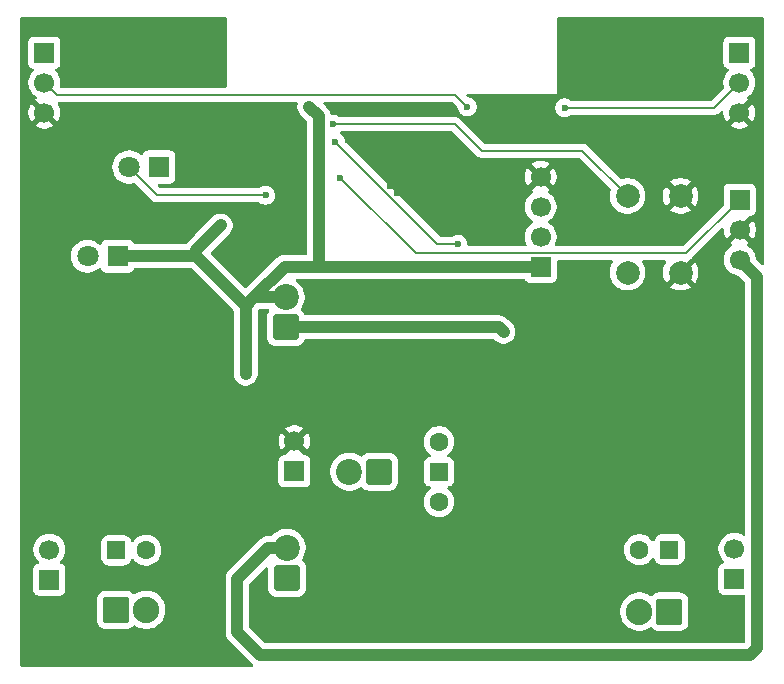
<source format=gbr>
%TF.GenerationSoftware,KiCad,Pcbnew,9.0.4*%
%TF.CreationDate,2025-09-17T16:18:14+09:00*%
%TF.ProjectId,ltr,6c74722e-6b69-4636-9164-5f7063625858,rev?*%
%TF.SameCoordinates,Original*%
%TF.FileFunction,Copper,L2,Bot*%
%TF.FilePolarity,Positive*%
%FSLAX46Y46*%
G04 Gerber Fmt 4.6, Leading zero omitted, Abs format (unit mm)*
G04 Created by KiCad (PCBNEW 9.0.4) date 2025-09-17 16:18:14*
%MOMM*%
%LPD*%
G01*
G04 APERTURE LIST*
G04 Aperture macros list*
%AMRoundRect*
0 Rectangle with rounded corners*
0 $1 Rounding radius*
0 $2 $3 $4 $5 $6 $7 $8 $9 X,Y pos of 4 corners*
0 Add a 4 corners polygon primitive as box body*
4,1,4,$2,$3,$4,$5,$6,$7,$8,$9,$2,$3,0*
0 Add four circle primitives for the rounded corners*
1,1,$1+$1,$2,$3*
1,1,$1+$1,$4,$5*
1,1,$1+$1,$6,$7*
1,1,$1+$1,$8,$9*
0 Add four rect primitives between the rounded corners*
20,1,$1+$1,$2,$3,$4,$5,0*
20,1,$1+$1,$4,$5,$6,$7,0*
20,1,$1+$1,$6,$7,$8,$9,0*
20,1,$1+$1,$8,$9,$2,$3,0*%
G04 Aperture macros list end*
%TA.AperFunction,ComponentPad*%
%ADD10RoundRect,0.249999X0.850001X-0.850001X0.850001X0.850001X-0.850001X0.850001X-0.850001X-0.850001X0*%
%TD*%
%TA.AperFunction,ComponentPad*%
%ADD11C,2.200000*%
%TD*%
%TA.AperFunction,ComponentPad*%
%ADD12R,1.700000X1.700000*%
%TD*%
%TA.AperFunction,ComponentPad*%
%ADD13C,1.700000*%
%TD*%
%TA.AperFunction,ComponentPad*%
%ADD14R,1.800000X1.800000*%
%TD*%
%TA.AperFunction,ComponentPad*%
%ADD15C,1.800000*%
%TD*%
%TA.AperFunction,HeatsinkPad*%
%ADD16C,0.600000*%
%TD*%
%TA.AperFunction,ComponentPad*%
%ADD17RoundRect,0.250000X-0.870000X-0.870000X0.870000X-0.870000X0.870000X0.870000X-0.870000X0.870000X0*%
%TD*%
%TA.AperFunction,ComponentPad*%
%ADD18C,2.240000*%
%TD*%
%TA.AperFunction,ComponentPad*%
%ADD19R,1.500000X1.500000*%
%TD*%
%TA.AperFunction,ComponentPad*%
%ADD20C,1.600000*%
%TD*%
%TA.AperFunction,ComponentPad*%
%ADD21RoundRect,0.249999X0.850001X0.850001X-0.850001X0.850001X-0.850001X-0.850001X0.850001X-0.850001X0*%
%TD*%
%TA.AperFunction,ComponentPad*%
%ADD22RoundRect,0.250000X0.550000X0.550000X-0.550000X0.550000X-0.550000X-0.550000X0.550000X-0.550000X0*%
%TD*%
%TA.AperFunction,ComponentPad*%
%ADD23RoundRect,0.250000X0.870000X0.870000X-0.870000X0.870000X-0.870000X-0.870000X0.870000X-0.870000X0*%
%TD*%
%TA.AperFunction,ComponentPad*%
%ADD24RoundRect,0.250000X-0.550000X-0.550000X0.550000X-0.550000X0.550000X0.550000X-0.550000X0.550000X0*%
%TD*%
%TA.AperFunction,ComponentPad*%
%ADD25C,2.000000*%
%TD*%
%TA.AperFunction,ViaPad*%
%ADD26C,0.600000*%
%TD*%
%TA.AperFunction,Conductor*%
%ADD27C,1.000000*%
%TD*%
%TA.AperFunction,Conductor*%
%ADD28C,0.200000*%
%TD*%
G04 APERTURE END LIST*
D10*
%TO.P,D7,1,K*%
%TO.N,+9V*%
X23100000Y-47990000D03*
D11*
%TO.P,D7,2,A*%
%TO.N,+5V*%
X23100000Y-45450000D03*
%TD*%
D12*
%TO.P,J3,1,Pin_1*%
%TO.N,+5V*%
X3000000Y-48140000D03*
D13*
%TO.P,J3,2,Pin_2*%
%TO.N,Net-(D2-K)*%
X3000000Y-45600000D03*
%TD*%
D14*
%TO.P,Q3,1,C*%
%TO.N,+3V3*%
X8770000Y-20755000D03*
D15*
%TO.P,Q3,2,E*%
%TO.N,IO5*%
X6230000Y-20755000D03*
%TD*%
D12*
%TO.P,J1,1,Pin_1*%
%TO.N,Vin_left*%
X2575000Y-3525000D03*
D13*
%TO.P,J1,2,Pin_2*%
%TO.N,IO0*%
X2575000Y-6065000D03*
%TO.P,J1,3,Pin_3*%
%TO.N,GND*%
X2575000Y-8605000D03*
%TD*%
D16*
%TO.P,U2,19,GND*%
%TO.N,GND*%
X31860000Y-13750000D03*
X31860000Y-14850000D03*
X32410000Y-13200000D03*
X32410000Y-14300000D03*
X32410000Y-15400000D03*
X32960000Y-13750000D03*
X32960000Y-14850000D03*
X33510000Y-13200000D03*
X33510000Y-14300000D03*
X33510000Y-15400000D03*
X34060000Y-13750000D03*
X34060000Y-14850000D03*
%TD*%
D12*
%TO.P,J4,1,Pin_1*%
%TO.N,+5V*%
X61000000Y-48090000D03*
D13*
%TO.P,J4,2,Pin_2*%
%TO.N,Net-(D4-K)*%
X61000000Y-45550000D03*
%TD*%
D17*
%TO.P,D1,1,K*%
%TO.N,+5V*%
X8660000Y-50700000D03*
D18*
%TO.P,D1,2,A*%
%TO.N,Net-(D1-A)*%
X11200000Y-50700000D03*
%TD*%
D19*
%TO.P,SW1,1,A*%
%TO.N,Net-(D5-K)*%
X36000000Y-39000000D03*
D20*
%TO.P,SW1,2,B*%
%TO.N,+9V*%
X36000000Y-36460000D03*
%TO.P,SW1,3,C*%
%TO.N,unconnected-(SW1-C-Pad3)*%
X36000000Y-41540000D03*
%TD*%
D12*
%TO.P,J11,1,Pin_1*%
%TO.N,IO6*%
X61450000Y-15975000D03*
D13*
%TO.P,J11,2,Pin_2*%
%TO.N,GND*%
X61450000Y-18515000D03*
%TO.P,J11,3,Pin_3*%
%TO.N,+5V*%
X61450000Y-21055000D03*
%TD*%
D21*
%TO.P,D5,1,K*%
%TO.N,Net-(D5-K)*%
X30930000Y-39000000D03*
D11*
%TO.P,D5,2,A*%
%TO.N,Net-(D5-A)*%
X28390000Y-39000000D03*
%TD*%
D22*
%TO.P,D4,1,K*%
%TO.N,Net-(D4-K)*%
X55500000Y-45600000D03*
D20*
%TO.P,D4,2,A*%
%TO.N,Net-(D3-A)*%
X52960000Y-45600000D03*
%TD*%
D23*
%TO.P,D3,1,K*%
%TO.N,+5V*%
X55490000Y-50850000D03*
D18*
%TO.P,D3,2,A*%
%TO.N,Net-(D3-A)*%
X52950000Y-50850000D03*
%TD*%
D24*
%TO.P,D2,1,K*%
%TO.N,Net-(D2-K)*%
X8650000Y-45650000D03*
D20*
%TO.P,D2,2,A*%
%TO.N,Net-(D1-A)*%
X11190000Y-45650000D03*
%TD*%
D14*
%TO.P,D8,1,K*%
%TO.N,Net-(D8-K)*%
X12275000Y-13205000D03*
D15*
%TO.P,D8,2,A*%
%TO.N,IO7*%
X9735000Y-13205000D03*
%TD*%
D25*
%TO.P,SW2,1,1*%
%TO.N,EN*%
X51950000Y-22150000D03*
X51950000Y-15650000D03*
%TO.P,SW2,2,2*%
%TO.N,GND*%
X56450000Y-22150000D03*
X56450000Y-15650000D03*
%TD*%
D12*
%TO.P,J5,1,Pin_1*%
%TO.N,Net-(D5-A)*%
X23750000Y-38975000D03*
D13*
%TO.P,J5,2,Pin_2*%
%TO.N,GND*%
X23750000Y-36435000D03*
%TD*%
D10*
%TO.P,D6,1,K*%
%TO.N,+9V*%
X23025000Y-26765000D03*
D11*
%TO.P,D6,2,A*%
%TO.N,+3V3*%
X23025000Y-24225000D03*
%TD*%
D12*
%TO.P,J6,1,Pin_1*%
%TO.N,+3V3*%
X44600000Y-21660000D03*
D13*
%TO.P,J6,2,Pin_2*%
%TO.N,IO20{slash}RXD*%
X44600000Y-19120000D03*
%TO.P,J6,3,Pin_3*%
%TO.N,IO21{slash}TXD*%
X44600000Y-16580000D03*
%TO.P,J6,4,Pin_4*%
%TO.N,GND*%
X44600000Y-14040000D03*
%TD*%
D12*
%TO.P,J2,1,Pin_1*%
%TO.N,Vin_right*%
X61425000Y-3525000D03*
D13*
%TO.P,J2,2,Pin_2*%
%TO.N,IO1*%
X61425000Y-6065000D03*
%TO.P,J2,3,Pin_3*%
%TO.N,GND*%
X61425000Y-8605000D03*
%TD*%
D26*
%TO.N,+5V*%
X51275000Y-54525000D03*
X18925000Y-52575000D03*
%TO.N,+9V*%
X41450000Y-27175000D03*
%TO.N,EN*%
X27025000Y-9600000D03*
%TO.N,GND*%
X62975000Y-12700000D03*
X43900000Y-48725000D03*
X47900000Y-43525000D03*
X37775000Y-49650000D03*
X37725000Y-52850000D03*
X16250000Y-9125000D03*
X47950000Y-48975000D03*
X47975000Y-51450000D03*
X7225000Y-15275000D03*
X32000000Y-51750000D03*
X43900000Y-46075000D03*
X37825000Y-28175000D03*
X31875000Y-24175000D03*
X43900000Y-51425000D03*
X15800000Y-17075000D03*
X4350000Y-15250000D03*
X26350000Y-52825000D03*
X19100000Y-21775000D03*
X47950000Y-46075000D03*
X37775000Y-32125000D03*
X26250000Y-32975000D03*
X32000000Y-30500000D03*
X8700000Y-32825000D03*
X875000Y-10850000D03*
X55525000Y-34275000D03*
X26400000Y-49600000D03*
X32025000Y-45725000D03*
X50425000Y-11275000D03*
X26200000Y-28550000D03*
X43950000Y-43525000D03*
X15100000Y-23150000D03*
%TO.N,+3V3*%
X19625000Y-30725000D03*
X25000000Y-8100000D03*
X17525000Y-18150000D03*
%TO.N,IO7*%
X21300000Y-15600000D03*
%TO.N,IO0*%
X38375000Y-8100000D03*
%TO.N,IO1*%
X46625000Y-8200000D03*
%TO.N,IO6*%
X27600000Y-14100000D03*
%TO.N,IO4*%
X37600000Y-19725000D03*
X27225000Y-11100000D03*
%TD*%
D27*
%TO.N,+5V*%
X20875000Y-54525000D02*
X18925000Y-52575000D01*
X18925000Y-48069366D02*
X18925000Y-52575000D01*
X62926000Y-22531000D02*
X61450000Y-21055000D01*
X21544366Y-45450000D02*
X18925000Y-48069366D01*
X23100000Y-45450000D02*
X21544366Y-45450000D01*
X62926000Y-53899000D02*
X62926000Y-22531000D01*
X51275000Y-54525000D02*
X62300000Y-54525000D01*
X51275000Y-54525000D02*
X20875000Y-54525000D01*
X62300000Y-54525000D02*
X62926000Y-53899000D01*
%TO.N,+9V*%
X23025000Y-26765000D02*
X41040000Y-26765000D01*
X41040000Y-26765000D02*
X41450000Y-27175000D01*
D28*
%TO.N,EN*%
X39600000Y-11825000D02*
X48125000Y-11825000D01*
X27025000Y-9600000D02*
X37375000Y-9600000D01*
X48125000Y-11825000D02*
X51950000Y-15650000D01*
X37375000Y-9600000D02*
X39600000Y-11825000D01*
D27*
%TO.N,+3V3*%
X15430000Y-20245000D02*
X17525000Y-18150000D01*
X22915000Y-21660000D02*
X25800000Y-21660000D01*
X25800000Y-21660000D02*
X44600000Y-21660000D01*
X25800000Y-21660000D02*
X25800000Y-8900000D01*
X8770000Y-20755000D02*
X15430000Y-20755000D01*
X15430000Y-20755000D02*
X15430000Y-20245000D01*
X19625000Y-24950000D02*
X20350000Y-24225000D01*
X20350000Y-24225000D02*
X22915000Y-21660000D01*
X19625000Y-30725000D02*
X19625000Y-24950000D01*
X23025000Y-24225000D02*
X20350000Y-24225000D01*
X25800000Y-8900000D02*
X25000000Y-8100000D01*
X15430000Y-20755000D02*
X19625000Y-24950000D01*
D28*
%TO.N,IO7*%
X12130000Y-15600000D02*
X21300000Y-15600000D01*
X9735000Y-13205000D02*
X12130000Y-15600000D01*
%TO.N,IO0*%
X3611000Y-7101000D02*
X37376000Y-7101000D01*
X37376000Y-7101000D02*
X38375000Y-8100000D01*
X2575000Y-6065000D02*
X3611000Y-7101000D01*
%TO.N,IO1*%
X59290000Y-8200000D02*
X46625000Y-8200000D01*
X61425000Y-6065000D02*
X59290000Y-8200000D01*
%TO.N,IO6*%
X61450000Y-15975000D02*
X56916000Y-20509000D01*
X34009000Y-20509000D02*
X27600000Y-14100000D01*
X56916000Y-20509000D02*
X34009000Y-20509000D01*
%TO.N,IO4*%
X37600000Y-19725000D02*
X35850000Y-19725000D01*
X35850000Y-19725000D02*
X27225000Y-11100000D01*
%TD*%
%TA.AperFunction,Conductor*%
%TO.N,GND*%
G36*
X17943039Y-520185D02*
G01*
X17988794Y-572989D01*
X18000000Y-624500D01*
X18000000Y-6376500D01*
X17980315Y-6443539D01*
X17927511Y-6489294D01*
X17876000Y-6500500D01*
X4018543Y-6500500D01*
X3951504Y-6480815D01*
X3905749Y-6428011D01*
X3895805Y-6358853D01*
X3896070Y-6357102D01*
X3925500Y-6171286D01*
X3925500Y-5958713D01*
X3892246Y-5748760D01*
X3892246Y-5748757D01*
X3826557Y-5546588D01*
X3730051Y-5357184D01*
X3730049Y-5357181D01*
X3730048Y-5357179D01*
X3605109Y-5185213D01*
X3491569Y-5071673D01*
X3458084Y-5010350D01*
X3463068Y-4940658D01*
X3504940Y-4884725D01*
X3535915Y-4867810D01*
X3667331Y-4818796D01*
X3782546Y-4732546D01*
X3868796Y-4617331D01*
X3919091Y-4482483D01*
X3925500Y-4422873D01*
X3925499Y-2627128D01*
X3919091Y-2567517D01*
X3868796Y-2432669D01*
X3868795Y-2432668D01*
X3868793Y-2432664D01*
X3782547Y-2317455D01*
X3782544Y-2317452D01*
X3667335Y-2231206D01*
X3667328Y-2231202D01*
X3532482Y-2180908D01*
X3532483Y-2180908D01*
X3472883Y-2174501D01*
X3472881Y-2174500D01*
X3472873Y-2174500D01*
X3472864Y-2174500D01*
X1677129Y-2174500D01*
X1677123Y-2174501D01*
X1617516Y-2180908D01*
X1482671Y-2231202D01*
X1482664Y-2231206D01*
X1367455Y-2317452D01*
X1367452Y-2317455D01*
X1281206Y-2432664D01*
X1281202Y-2432671D01*
X1230908Y-2567517D01*
X1224501Y-2627116D01*
X1224501Y-2627123D01*
X1224500Y-2627135D01*
X1224500Y-4422870D01*
X1224501Y-4422876D01*
X1230908Y-4482483D01*
X1281202Y-4617328D01*
X1281206Y-4617335D01*
X1367452Y-4732544D01*
X1367455Y-4732547D01*
X1482664Y-4818793D01*
X1482671Y-4818797D01*
X1614082Y-4867810D01*
X1670016Y-4909681D01*
X1694433Y-4975145D01*
X1679582Y-5043418D01*
X1658431Y-5071673D01*
X1544889Y-5185215D01*
X1419951Y-5357179D01*
X1323444Y-5546585D01*
X1257753Y-5748760D01*
X1224500Y-5958713D01*
X1224500Y-6171286D01*
X1257002Y-6376500D01*
X1257754Y-6381243D01*
X1312431Y-6549522D01*
X1323444Y-6583414D01*
X1419951Y-6772820D01*
X1544890Y-6944786D01*
X1695213Y-7095109D01*
X1867179Y-7220048D01*
X1867181Y-7220049D01*
X1867184Y-7220051D01*
X1876493Y-7224794D01*
X1927290Y-7272766D01*
X1944087Y-7340587D01*
X1921552Y-7406722D01*
X1876505Y-7445760D01*
X1867446Y-7450376D01*
X1867440Y-7450380D01*
X1813282Y-7489727D01*
X1813282Y-7489728D01*
X2445591Y-8122037D01*
X2382007Y-8139075D01*
X2267993Y-8204901D01*
X2174901Y-8297993D01*
X2109075Y-8412007D01*
X2092037Y-8475591D01*
X1459728Y-7843282D01*
X1459727Y-7843282D01*
X1420380Y-7897439D01*
X1323904Y-8086782D01*
X1258242Y-8288869D01*
X1258242Y-8288872D01*
X1225000Y-8498753D01*
X1225000Y-8711246D01*
X1258242Y-8921127D01*
X1258242Y-8921130D01*
X1323904Y-9123217D01*
X1420375Y-9312550D01*
X1459728Y-9366716D01*
X2092037Y-8734408D01*
X2109075Y-8797993D01*
X2174901Y-8912007D01*
X2267993Y-9005099D01*
X2382007Y-9070925D01*
X2445590Y-9087962D01*
X1813282Y-9720269D01*
X1813282Y-9720270D01*
X1867449Y-9759624D01*
X2056782Y-9856095D01*
X2258870Y-9921757D01*
X2468754Y-9955000D01*
X2681246Y-9955000D01*
X2891127Y-9921757D01*
X2891130Y-9921757D01*
X3093217Y-9856095D01*
X3282554Y-9759622D01*
X3336716Y-9720270D01*
X3336717Y-9720270D01*
X2704408Y-9087962D01*
X2767993Y-9070925D01*
X2882007Y-9005099D01*
X2975099Y-8912007D01*
X3040925Y-8797993D01*
X3057962Y-8734408D01*
X3690270Y-9366717D01*
X3690270Y-9366716D01*
X3729622Y-9312554D01*
X3826095Y-9123217D01*
X3891757Y-8921130D01*
X3891757Y-8921127D01*
X3925000Y-8711246D01*
X3925000Y-8498753D01*
X3891757Y-8288872D01*
X3891757Y-8288869D01*
X3826095Y-8086782D01*
X3729618Y-7897437D01*
X3727077Y-7893290D01*
X3728234Y-7892580D01*
X3706826Y-7832577D01*
X3722653Y-7764523D01*
X3772759Y-7715829D01*
X3830624Y-7701500D01*
X23908071Y-7701500D01*
X23975110Y-7721185D01*
X24020865Y-7773989D01*
X24030809Y-7843147D01*
X24029688Y-7849691D01*
X23999500Y-8001455D01*
X23999500Y-8198544D01*
X24037947Y-8391828D01*
X24037949Y-8391836D01*
X24113367Y-8573910D01*
X24113372Y-8573920D01*
X24222860Y-8737780D01*
X24222863Y-8737784D01*
X24763181Y-9278101D01*
X24796666Y-9339424D01*
X24799500Y-9365782D01*
X24799500Y-20535500D01*
X24779815Y-20602539D01*
X24727011Y-20648294D01*
X24675500Y-20659500D01*
X22816455Y-20659500D01*
X22719812Y-20678724D01*
X22623170Y-20697946D01*
X22623161Y-20697949D01*
X22572549Y-20718913D01*
X22572550Y-20718914D01*
X22441089Y-20773366D01*
X22441080Y-20773371D01*
X22277219Y-20882859D01*
X22211366Y-20948713D01*
X22137861Y-21022218D01*
X22137858Y-21022221D01*
X19712680Y-23447398D01*
X19651357Y-23480883D01*
X19581665Y-23475899D01*
X19537318Y-23447398D01*
X16677601Y-20587681D01*
X16644116Y-20526358D01*
X16649100Y-20456666D01*
X16677601Y-20412319D01*
X17451507Y-19638414D01*
X18302139Y-18787782D01*
X18411631Y-18623915D01*
X18487051Y-18441836D01*
X18525500Y-18248541D01*
X18525500Y-18051460D01*
X18525500Y-18051457D01*
X18525499Y-18051455D01*
X18507404Y-17960486D01*
X18487051Y-17858165D01*
X18411631Y-17676086D01*
X18411630Y-17676085D01*
X18411627Y-17676079D01*
X18302139Y-17512219D01*
X18302136Y-17512215D01*
X18162784Y-17372863D01*
X18162780Y-17372860D01*
X17998920Y-17263372D01*
X17998911Y-17263367D01*
X17816835Y-17187949D01*
X17816827Y-17187947D01*
X17623543Y-17149500D01*
X17623540Y-17149500D01*
X17426459Y-17149500D01*
X17426456Y-17149500D01*
X17233171Y-17187947D01*
X17233163Y-17187949D01*
X17051087Y-17263367D01*
X17051078Y-17263372D01*
X16887218Y-17372860D01*
X16887214Y-17372863D01*
X15304818Y-18955261D01*
X14792220Y-19467859D01*
X14792218Y-19467861D01*
X14722538Y-19537540D01*
X14652859Y-19607219D01*
X14652857Y-19607222D01*
X14591273Y-19699390D01*
X14537661Y-19744196D01*
X14488171Y-19754500D01*
X10252791Y-19754500D01*
X10185752Y-19734815D01*
X10139997Y-19682011D01*
X10136609Y-19673833D01*
X10113797Y-19612671D01*
X10113793Y-19612664D01*
X10027547Y-19497455D01*
X10027544Y-19497452D01*
X9912335Y-19411206D01*
X9912328Y-19411202D01*
X9777482Y-19360908D01*
X9777483Y-19360908D01*
X9717883Y-19354501D01*
X9717881Y-19354500D01*
X9717873Y-19354500D01*
X9717864Y-19354500D01*
X7822129Y-19354500D01*
X7822123Y-19354501D01*
X7762516Y-19360908D01*
X7627671Y-19411202D01*
X7627664Y-19411206D01*
X7512455Y-19497452D01*
X7512452Y-19497455D01*
X7426206Y-19612664D01*
X7426203Y-19612669D01*
X7396398Y-19692581D01*
X7354526Y-19748514D01*
X7289062Y-19772931D01*
X7220789Y-19758079D01*
X7192535Y-19736928D01*
X7142363Y-19686756D01*
X7142358Y-19686752D01*
X6964025Y-19557187D01*
X6964024Y-19557186D01*
X6964022Y-19557185D01*
X6846791Y-19497452D01*
X6767606Y-19457104D01*
X6767603Y-19457103D01*
X6557952Y-19388985D01*
X6449086Y-19371742D01*
X6340222Y-19354500D01*
X6119778Y-19354500D01*
X6047201Y-19365995D01*
X5902047Y-19388985D01*
X5692396Y-19457103D01*
X5692393Y-19457104D01*
X5495974Y-19557187D01*
X5317641Y-19686752D01*
X5317636Y-19686756D01*
X5161756Y-19842636D01*
X5161752Y-19842641D01*
X5032187Y-20020974D01*
X4932104Y-20217393D01*
X4932103Y-20217396D01*
X4863985Y-20427047D01*
X4838649Y-20587011D01*
X4829500Y-20644778D01*
X4829500Y-20865222D01*
X4832294Y-20882861D01*
X4863984Y-21082948D01*
X4932103Y-21292603D01*
X4932104Y-21292606D01*
X4972171Y-21371239D01*
X5026517Y-21477899D01*
X5032187Y-21489025D01*
X5161752Y-21667358D01*
X5161756Y-21667363D01*
X5317636Y-21823243D01*
X5317641Y-21823247D01*
X5419606Y-21897328D01*
X5495978Y-21952815D01*
X5624375Y-22018237D01*
X5692393Y-22052895D01*
X5692396Y-22052896D01*
X5791525Y-22085104D01*
X5902049Y-22121015D01*
X6119778Y-22155500D01*
X6119779Y-22155500D01*
X6340221Y-22155500D01*
X6340222Y-22155500D01*
X6557951Y-22121015D01*
X6767606Y-22052895D01*
X6964022Y-21952815D01*
X7142365Y-21823242D01*
X7192536Y-21773070D01*
X7253857Y-21739586D01*
X7323548Y-21744570D01*
X7379482Y-21786441D01*
X7396398Y-21817419D01*
X7426202Y-21897328D01*
X7426206Y-21897335D01*
X7512452Y-22012544D01*
X7512455Y-22012547D01*
X7627664Y-22098793D01*
X7627671Y-22098797D01*
X7762517Y-22149091D01*
X7762516Y-22149091D01*
X7769444Y-22149835D01*
X7822127Y-22155500D01*
X9717872Y-22155499D01*
X9777483Y-22149091D01*
X9912331Y-22098796D01*
X10027546Y-22012546D01*
X10113796Y-21897331D01*
X10136609Y-21836167D01*
X10178480Y-21780233D01*
X10243944Y-21755816D01*
X10252791Y-21755500D01*
X14964218Y-21755500D01*
X15031257Y-21775185D01*
X15051899Y-21791819D01*
X18588181Y-25328101D01*
X18621666Y-25389424D01*
X18624500Y-25415782D01*
X18624500Y-30823541D01*
X18624500Y-30823543D01*
X18624499Y-30823543D01*
X18662947Y-31016829D01*
X18662950Y-31016839D01*
X18738364Y-31198907D01*
X18738371Y-31198920D01*
X18847860Y-31362781D01*
X18847863Y-31362785D01*
X18987214Y-31502136D01*
X18987218Y-31502139D01*
X19151079Y-31611628D01*
X19151092Y-31611635D01*
X19333160Y-31687049D01*
X19333165Y-31687051D01*
X19333169Y-31687051D01*
X19333170Y-31687052D01*
X19526456Y-31725500D01*
X19526459Y-31725500D01*
X19723543Y-31725500D01*
X19853582Y-31699632D01*
X19916835Y-31687051D01*
X20098914Y-31611632D01*
X20262782Y-31502139D01*
X20402139Y-31362782D01*
X20511632Y-31198914D01*
X20587051Y-31016835D01*
X20625500Y-30823541D01*
X20625500Y-25415782D01*
X20634144Y-25386341D01*
X20640668Y-25356355D01*
X20644422Y-25351339D01*
X20645185Y-25348743D01*
X20661819Y-25328101D01*
X20728101Y-25261819D01*
X20789424Y-25228334D01*
X20815782Y-25225500D01*
X21503770Y-25225500D01*
X21570809Y-25245185D01*
X21616564Y-25297989D01*
X21626508Y-25367147D01*
X21597483Y-25430703D01*
X21591451Y-25437181D01*
X21582289Y-25446342D01*
X21490187Y-25595662D01*
X21490186Y-25595665D01*
X21435001Y-25762202D01*
X21435001Y-25762203D01*
X21435000Y-25762203D01*
X21424500Y-25864982D01*
X21424500Y-27665017D01*
X21435000Y-27767796D01*
X21435001Y-27767798D01*
X21490186Y-27934335D01*
X21582288Y-28083656D01*
X21706344Y-28207712D01*
X21855665Y-28299814D01*
X22022202Y-28354999D01*
X22124990Y-28365500D01*
X22124995Y-28365500D01*
X23925005Y-28365500D01*
X23925010Y-28365500D01*
X24027798Y-28354999D01*
X24194335Y-28299814D01*
X24343656Y-28207712D01*
X24467712Y-28083656D01*
X24559814Y-27934335D01*
X24587596Y-27850494D01*
X24627368Y-27793051D01*
X24691883Y-27766228D01*
X24705301Y-27765500D01*
X40574217Y-27765500D01*
X40641256Y-27785185D01*
X40661893Y-27801814D01*
X40794411Y-27934332D01*
X40812220Y-27952141D01*
X40976079Y-28061628D01*
X40976085Y-28061631D01*
X40976086Y-28061632D01*
X41158165Y-28137052D01*
X41351455Y-28175500D01*
X41351458Y-28175501D01*
X41351460Y-28175501D01*
X41548543Y-28175501D01*
X41548544Y-28175500D01*
X41741836Y-28137052D01*
X41923915Y-28061632D01*
X42087782Y-27952140D01*
X42227140Y-27812782D01*
X42336632Y-27648915D01*
X42412052Y-27466836D01*
X42450501Y-27273541D01*
X42450501Y-27076460D01*
X42450501Y-27076457D01*
X42450500Y-27076455D01*
X42412053Y-26883172D01*
X42412052Y-26883165D01*
X42336632Y-26701086D01*
X42336631Y-26701085D01*
X42336628Y-26701079D01*
X42227140Y-26537219D01*
X42227137Y-26537215D01*
X41824209Y-26134289D01*
X41824206Y-26134285D01*
X41824206Y-26134286D01*
X41817139Y-26127219D01*
X41817139Y-26127218D01*
X41677782Y-25987861D01*
X41677781Y-25987860D01*
X41677780Y-25987859D01*
X41513920Y-25878371D01*
X41513911Y-25878366D01*
X41441315Y-25848296D01*
X41385165Y-25825038D01*
X41331836Y-25802949D01*
X41331832Y-25802948D01*
X41331828Y-25802946D01*
X41235188Y-25783724D01*
X41138544Y-25764500D01*
X41138541Y-25764500D01*
X24705301Y-25764500D01*
X24638262Y-25744815D01*
X24592507Y-25692011D01*
X24587598Y-25679512D01*
X24559814Y-25595665D01*
X24467712Y-25446344D01*
X24343656Y-25322288D01*
X24338871Y-25317503D01*
X24305386Y-25256180D01*
X24310370Y-25186488D01*
X24326235Y-25156936D01*
X24393867Y-25063849D01*
X24393866Y-25063849D01*
X24393870Y-25063845D01*
X24508241Y-24839379D01*
X24586090Y-24599785D01*
X24625500Y-24350962D01*
X24625500Y-24099038D01*
X24586090Y-23850215D01*
X24508241Y-23610621D01*
X24508239Y-23610618D01*
X24508239Y-23610616D01*
X24442136Y-23480883D01*
X24393870Y-23386155D01*
X24327289Y-23294514D01*
X24245798Y-23182350D01*
X24245794Y-23182345D01*
X24067654Y-23004205D01*
X24067649Y-23004201D01*
X23903332Y-22884818D01*
X23860666Y-22829488D01*
X23854687Y-22759875D01*
X23887293Y-22698080D01*
X23948131Y-22663723D01*
X23976217Y-22660500D01*
X25701459Y-22660500D01*
X25898541Y-22660500D01*
X43185859Y-22660500D01*
X43252898Y-22680185D01*
X43298653Y-22732989D01*
X43302030Y-22741140D01*
X43306204Y-22752331D01*
X43306205Y-22752332D01*
X43306206Y-22752335D01*
X43392452Y-22867544D01*
X43392455Y-22867547D01*
X43507664Y-22953793D01*
X43507671Y-22953797D01*
X43642517Y-23004091D01*
X43642516Y-23004091D01*
X43649444Y-23004835D01*
X43702127Y-23010500D01*
X45497872Y-23010499D01*
X45557483Y-23004091D01*
X45692331Y-22953796D01*
X45807546Y-22867546D01*
X45893796Y-22752331D01*
X45944091Y-22617483D01*
X45950500Y-22557873D01*
X45950499Y-21233499D01*
X45970184Y-21166461D01*
X46022987Y-21120706D01*
X46074499Y-21109500D01*
X50607884Y-21109500D01*
X50674923Y-21129185D01*
X50720678Y-21181989D01*
X50730622Y-21251147D01*
X50708202Y-21306386D01*
X50666657Y-21363566D01*
X50559433Y-21574003D01*
X50486446Y-21798631D01*
X50449500Y-22031902D01*
X50449500Y-22268097D01*
X50486446Y-22501368D01*
X50559433Y-22725996D01*
X50631556Y-22867544D01*
X50666657Y-22936433D01*
X50805483Y-23127510D01*
X50972490Y-23294517D01*
X51163567Y-23433343D01*
X51247088Y-23475899D01*
X51374003Y-23540566D01*
X51374005Y-23540566D01*
X51374008Y-23540568D01*
X51494412Y-23579689D01*
X51598631Y-23613553D01*
X51831903Y-23650500D01*
X51831908Y-23650500D01*
X52068097Y-23650500D01*
X52301368Y-23613553D01*
X52310407Y-23610616D01*
X52525992Y-23540568D01*
X52736433Y-23433343D01*
X52927510Y-23294517D01*
X53094517Y-23127510D01*
X53233343Y-22936433D01*
X53340568Y-22725992D01*
X53413553Y-22501368D01*
X53424799Y-22430362D01*
X53450500Y-22268097D01*
X53450500Y-22031902D01*
X53413553Y-21798631D01*
X53340566Y-21574003D01*
X53237252Y-21371239D01*
X53233343Y-21363567D01*
X53191797Y-21306384D01*
X53168318Y-21240580D01*
X53184143Y-21172526D01*
X53234249Y-21123831D01*
X53292116Y-21109500D01*
X55108502Y-21109500D01*
X55175541Y-21129185D01*
X55221296Y-21181989D01*
X55231240Y-21251147D01*
X55208820Y-21306386D01*
X55167085Y-21363828D01*
X55059897Y-21574197D01*
X54986934Y-21798752D01*
X54950000Y-22031947D01*
X54950000Y-22268052D01*
X54986934Y-22501247D01*
X55059897Y-22725802D01*
X55167087Y-22936174D01*
X55227338Y-23019104D01*
X55227340Y-23019105D01*
X55926212Y-22320233D01*
X55937482Y-22362292D01*
X56009890Y-22487708D01*
X56112292Y-22590110D01*
X56237708Y-22662518D01*
X56279765Y-22673787D01*
X55580893Y-23372658D01*
X55663828Y-23432914D01*
X55874197Y-23540102D01*
X56098752Y-23613065D01*
X56098751Y-23613065D01*
X56331948Y-23650000D01*
X56568052Y-23650000D01*
X56801247Y-23613065D01*
X57025802Y-23540102D01*
X57236163Y-23432918D01*
X57236169Y-23432914D01*
X57319104Y-23372658D01*
X57319105Y-23372658D01*
X56620233Y-22673787D01*
X56662292Y-22662518D01*
X56787708Y-22590110D01*
X56890110Y-22487708D01*
X56962518Y-22362292D01*
X56973787Y-22320234D01*
X57672658Y-23019105D01*
X57672658Y-23019104D01*
X57732914Y-22936169D01*
X57732918Y-22936163D01*
X57840102Y-22725802D01*
X57913065Y-22501247D01*
X57950000Y-22268052D01*
X57950000Y-22031947D01*
X57913065Y-21798752D01*
X57840102Y-21574197D01*
X57732914Y-21363828D01*
X57672658Y-21280894D01*
X57672658Y-21280893D01*
X56973787Y-21979765D01*
X56962518Y-21937708D01*
X56890110Y-21812292D01*
X56787708Y-21709890D01*
X56662292Y-21637482D01*
X56620233Y-21626212D01*
X57207418Y-21039026D01*
X57233097Y-21019321D01*
X57284716Y-20989520D01*
X57396520Y-20877716D01*
X57396520Y-20877714D01*
X57406724Y-20867511D01*
X57406728Y-20867506D01*
X59888321Y-18385912D01*
X59949642Y-18352429D01*
X60019334Y-18357413D01*
X60075267Y-18399285D01*
X60099684Y-18464749D01*
X60100000Y-18473595D01*
X60100000Y-18621246D01*
X60133242Y-18831127D01*
X60133242Y-18831130D01*
X60198904Y-19033217D01*
X60295375Y-19222550D01*
X60334728Y-19276716D01*
X60967037Y-18644408D01*
X60984075Y-18707993D01*
X61049901Y-18822007D01*
X61142993Y-18915099D01*
X61257007Y-18980925D01*
X61320590Y-18997962D01*
X60688282Y-19630269D01*
X60688282Y-19630270D01*
X60742452Y-19669626D01*
X60742451Y-19669626D01*
X60751495Y-19674234D01*
X60802292Y-19722208D01*
X60819087Y-19790029D01*
X60796550Y-19856164D01*
X60751499Y-19895202D01*
X60742182Y-19899949D01*
X60570213Y-20024890D01*
X60419890Y-20175213D01*
X60294951Y-20347179D01*
X60198444Y-20536585D01*
X60198443Y-20536587D01*
X60198443Y-20536588D01*
X60181842Y-20587681D01*
X60132753Y-20738760D01*
X60112724Y-20865221D01*
X60099500Y-20948713D01*
X60099500Y-21161287D01*
X60101280Y-21172526D01*
X60131579Y-21363828D01*
X60132754Y-21371243D01*
X60138919Y-21390218D01*
X60198444Y-21573414D01*
X60294951Y-21762820D01*
X60419890Y-21934786D01*
X60570213Y-22085109D01*
X60742179Y-22210048D01*
X60742181Y-22210049D01*
X60742184Y-22210051D01*
X60931588Y-22306557D01*
X61133757Y-22372246D01*
X61343713Y-22405500D01*
X61343714Y-22405500D01*
X61348525Y-22406262D01*
X61348357Y-22407321D01*
X61408829Y-22430362D01*
X61421503Y-22441423D01*
X61889181Y-22909101D01*
X61922666Y-22970424D01*
X61925500Y-22996782D01*
X61925500Y-44309741D01*
X61905815Y-44376780D01*
X61853011Y-44422535D01*
X61783853Y-44432479D01*
X61728616Y-44410060D01*
X61707819Y-44394950D01*
X61518414Y-44298444D01*
X61518413Y-44298443D01*
X61518412Y-44298443D01*
X61316243Y-44232754D01*
X61316241Y-44232753D01*
X61316240Y-44232753D01*
X61154957Y-44207208D01*
X61106287Y-44199500D01*
X60893713Y-44199500D01*
X60845042Y-44207208D01*
X60683760Y-44232753D01*
X60481585Y-44298444D01*
X60292179Y-44394951D01*
X60120213Y-44519890D01*
X59969890Y-44670213D01*
X59844951Y-44842179D01*
X59748444Y-45031585D01*
X59682753Y-45233760D01*
X59649500Y-45443713D01*
X59649500Y-45656286D01*
X59676187Y-45824785D01*
X59682754Y-45866243D01*
X59740418Y-46043715D01*
X59748444Y-46068414D01*
X59844951Y-46257820D01*
X59969890Y-46429786D01*
X60083430Y-46543326D01*
X60116915Y-46604649D01*
X60111931Y-46674341D01*
X60070059Y-46730274D01*
X60039083Y-46747189D01*
X59907669Y-46796203D01*
X59907664Y-46796206D01*
X59792455Y-46882452D01*
X59792452Y-46882455D01*
X59706206Y-46997664D01*
X59706202Y-46997671D01*
X59655908Y-47132517D01*
X59649501Y-47192116D01*
X59649500Y-47192135D01*
X59649500Y-48987870D01*
X59649501Y-48987876D01*
X59655908Y-49047483D01*
X59706202Y-49182328D01*
X59706206Y-49182335D01*
X59792452Y-49297544D01*
X59792455Y-49297547D01*
X59907664Y-49383793D01*
X59907671Y-49383797D01*
X60042517Y-49434091D01*
X60042516Y-49434091D01*
X60049444Y-49434835D01*
X60102127Y-49440500D01*
X61801500Y-49440499D01*
X61868539Y-49460184D01*
X61914294Y-49512987D01*
X61925500Y-49564499D01*
X61925500Y-53400500D01*
X61905815Y-53467539D01*
X61853011Y-53513294D01*
X61801500Y-53524500D01*
X21340783Y-53524500D01*
X21273744Y-53504815D01*
X21253102Y-53488181D01*
X19961819Y-52196898D01*
X19928334Y-52135575D01*
X19925500Y-52109217D01*
X19925500Y-50722458D01*
X51329500Y-50722458D01*
X51329500Y-50977541D01*
X51369401Y-51229468D01*
X51448225Y-51472060D01*
X51523609Y-51620008D01*
X51564024Y-51699327D01*
X51713952Y-51905685D01*
X51894315Y-52086048D01*
X52100673Y-52235976D01*
X52137641Y-52254812D01*
X52327939Y-52351774D01*
X52327941Y-52351774D01*
X52327944Y-52351776D01*
X52457976Y-52394026D01*
X52570531Y-52430598D01*
X52822459Y-52470500D01*
X52822464Y-52470500D01*
X53077541Y-52470500D01*
X53329468Y-52430598D01*
X53572056Y-52351776D01*
X53799327Y-52235976D01*
X53873087Y-52182385D01*
X53938893Y-52158905D01*
X54006947Y-52174730D01*
X54033654Y-52195022D01*
X54151344Y-52312712D01*
X54300666Y-52404814D01*
X54467203Y-52459999D01*
X54569991Y-52470500D01*
X56410008Y-52470499D01*
X56512797Y-52459999D01*
X56679334Y-52404814D01*
X56828656Y-52312712D01*
X56952712Y-52188656D01*
X57044814Y-52039334D01*
X57099999Y-51872797D01*
X57110500Y-51770009D01*
X57110499Y-49929992D01*
X57102396Y-49850673D01*
X57099999Y-49827203D01*
X57099998Y-49827200D01*
X57050294Y-49677204D01*
X57044814Y-49660666D01*
X56952712Y-49511344D01*
X56828656Y-49387288D01*
X56735888Y-49330069D01*
X56679336Y-49295187D01*
X56679331Y-49295185D01*
X56677862Y-49294698D01*
X56512797Y-49240001D01*
X56512795Y-49240000D01*
X56410010Y-49229500D01*
X54569998Y-49229500D01*
X54569981Y-49229501D01*
X54467203Y-49240000D01*
X54467200Y-49240001D01*
X54300668Y-49295185D01*
X54300663Y-49295187D01*
X54151345Y-49387287D01*
X54033654Y-49504978D01*
X53972331Y-49538462D01*
X53902639Y-49533478D01*
X53873089Y-49517615D01*
X53799327Y-49464024D01*
X53758138Y-49443037D01*
X53572060Y-49348225D01*
X53329468Y-49269401D01*
X53077541Y-49229500D01*
X53077536Y-49229500D01*
X52822464Y-49229500D01*
X52822459Y-49229500D01*
X52570531Y-49269401D01*
X52327939Y-49348225D01*
X52100672Y-49464024D01*
X52017003Y-49524814D01*
X51894315Y-49613952D01*
X51894313Y-49613954D01*
X51894312Y-49613954D01*
X51713954Y-49794312D01*
X51713954Y-49794313D01*
X51713952Y-49794315D01*
X51649563Y-49882938D01*
X51564024Y-50000672D01*
X51448225Y-50227939D01*
X51369401Y-50470531D01*
X51329500Y-50722458D01*
X19925500Y-50722458D01*
X19925500Y-48535147D01*
X19945185Y-48468108D01*
X19961814Y-48447471D01*
X21287819Y-47121465D01*
X21349142Y-47087981D01*
X21418834Y-47092965D01*
X21474767Y-47134837D01*
X21499184Y-47200301D01*
X21499500Y-47209147D01*
X21499500Y-48890017D01*
X21510000Y-48992796D01*
X21565185Y-49159332D01*
X21565187Y-49159337D01*
X21600070Y-49215890D01*
X21657288Y-49308656D01*
X21781344Y-49432712D01*
X21930665Y-49524814D01*
X22097202Y-49579999D01*
X22199990Y-49590500D01*
X22199995Y-49590500D01*
X24000005Y-49590500D01*
X24000010Y-49590500D01*
X24102798Y-49579999D01*
X24269335Y-49524814D01*
X24418656Y-49432712D01*
X24542712Y-49308656D01*
X24634814Y-49159335D01*
X24689999Y-48992798D01*
X24700500Y-48890010D01*
X24700500Y-47089990D01*
X24689999Y-46987202D01*
X24634814Y-46820665D01*
X24542712Y-46671344D01*
X24418656Y-46547288D01*
X24413871Y-46542503D01*
X24380386Y-46481180D01*
X24385370Y-46411488D01*
X24401235Y-46381936D01*
X24402654Y-46379984D01*
X24468870Y-46288845D01*
X24583241Y-46064379D01*
X24661090Y-45824785D01*
X24700500Y-45575962D01*
X24700500Y-45497648D01*
X51659500Y-45497648D01*
X51659500Y-45702351D01*
X51691522Y-45904534D01*
X51754781Y-46099223D01*
X51806135Y-46200009D01*
X51835591Y-46257820D01*
X51847715Y-46281613D01*
X51968028Y-46447213D01*
X52112786Y-46591971D01*
X52222036Y-46671344D01*
X52278390Y-46712287D01*
X52394607Y-46771503D01*
X52460776Y-46805218D01*
X52460778Y-46805218D01*
X52460781Y-46805220D01*
X52551856Y-46834812D01*
X52655465Y-46868477D01*
X52743699Y-46882452D01*
X52857648Y-46900500D01*
X52857649Y-46900500D01*
X53062351Y-46900500D01*
X53062352Y-46900500D01*
X53264534Y-46868477D01*
X53459219Y-46805220D01*
X53641610Y-46712287D01*
X53734590Y-46644732D01*
X53807213Y-46591971D01*
X53807215Y-46591968D01*
X53807219Y-46591966D01*
X53951966Y-46447219D01*
X54020021Y-46353547D01*
X54075349Y-46310882D01*
X54144963Y-46304902D01*
X54206758Y-46337507D01*
X54238044Y-46387427D01*
X54257856Y-46447215D01*
X54265186Y-46469333D01*
X54265187Y-46469336D01*
X54296024Y-46519331D01*
X54357288Y-46618656D01*
X54481344Y-46742712D01*
X54630666Y-46834814D01*
X54797203Y-46889999D01*
X54899991Y-46900500D01*
X56100008Y-46900499D01*
X56202797Y-46889999D01*
X56369334Y-46834814D01*
X56518656Y-46742712D01*
X56642712Y-46618656D01*
X56734814Y-46469334D01*
X56789999Y-46302797D01*
X56800500Y-46200009D01*
X56800499Y-44999992D01*
X56797270Y-44968386D01*
X56789999Y-44897203D01*
X56789998Y-44897200D01*
X56771766Y-44842179D01*
X56734814Y-44730666D01*
X56642712Y-44581344D01*
X56518656Y-44457288D01*
X56369334Y-44365186D01*
X56202797Y-44310001D01*
X56202795Y-44310000D01*
X56100010Y-44299500D01*
X54899998Y-44299500D01*
X54899981Y-44299501D01*
X54797203Y-44310000D01*
X54797200Y-44310001D01*
X54630668Y-44365185D01*
X54630663Y-44365187D01*
X54481342Y-44457289D01*
X54357289Y-44581342D01*
X54265187Y-44730663D01*
X54265186Y-44730666D01*
X54238045Y-44812571D01*
X54198271Y-44870016D01*
X54133755Y-44896838D01*
X54064979Y-44884522D01*
X54020021Y-44846452D01*
X53951966Y-44752781D01*
X53807219Y-44608034D01*
X53807213Y-44608028D01*
X53641613Y-44487715D01*
X53641612Y-44487714D01*
X53641610Y-44487713D01*
X53557681Y-44444949D01*
X53459223Y-44394781D01*
X53264534Y-44331522D01*
X53089995Y-44303878D01*
X53062352Y-44299500D01*
X52857648Y-44299500D01*
X52833329Y-44303351D01*
X52655465Y-44331522D01*
X52460776Y-44394781D01*
X52278386Y-44487715D01*
X52112786Y-44608028D01*
X51968028Y-44752786D01*
X51847715Y-44918386D01*
X51754781Y-45100776D01*
X51691522Y-45295465D01*
X51659500Y-45497648D01*
X24700500Y-45497648D01*
X24700500Y-45324038D01*
X24661090Y-45075215D01*
X24583241Y-44835621D01*
X24583239Y-44835618D01*
X24583239Y-44835616D01*
X24524435Y-44720208D01*
X24468870Y-44611155D01*
X24415513Y-44537715D01*
X24320798Y-44407350D01*
X24320794Y-44407345D01*
X24142654Y-44229205D01*
X24142649Y-44229201D01*
X23938848Y-44081132D01*
X23938847Y-44081131D01*
X23938845Y-44081130D01*
X23868747Y-44045413D01*
X23714383Y-43966760D01*
X23474785Y-43888910D01*
X23225962Y-43849500D01*
X22974038Y-43849500D01*
X22849626Y-43869205D01*
X22725214Y-43888910D01*
X22485616Y-43966760D01*
X22261151Y-44081132D01*
X22057350Y-44229201D01*
X22057345Y-44229205D01*
X21875762Y-44410789D01*
X21874687Y-44409714D01*
X21821820Y-44444225D01*
X21786038Y-44449500D01*
X21445824Y-44449500D01*
X21409888Y-44456648D01*
X21409879Y-44456650D01*
X21406673Y-44457288D01*
X21252530Y-44487949D01*
X21205842Y-44507288D01*
X21197622Y-44510692D01*
X21197613Y-44510695D01*
X21070458Y-44563364D01*
X21070445Y-44563371D01*
X20906585Y-44672859D01*
X20859237Y-44720208D01*
X20767227Y-44812218D01*
X20767224Y-44812221D01*
X18287221Y-47292224D01*
X18287218Y-47292227D01*
X18217538Y-47361906D01*
X18147859Y-47431585D01*
X18038371Y-47595445D01*
X18038366Y-47595455D01*
X17985038Y-47724201D01*
X17962950Y-47777525D01*
X17962948Y-47777533D01*
X17948899Y-47848164D01*
X17948899Y-47848165D01*
X17924500Y-47970822D01*
X17924500Y-47970825D01*
X17924500Y-52673541D01*
X17924500Y-52673543D01*
X17924499Y-52673543D01*
X17962947Y-52866829D01*
X17962950Y-52866839D01*
X18038364Y-53048907D01*
X18038371Y-53048920D01*
X18147859Y-53212780D01*
X18147860Y-53212781D01*
X18147861Y-53212782D01*
X18287218Y-53352139D01*
X18287219Y-53352139D01*
X18294286Y-53359206D01*
X18294285Y-53359206D01*
X18294288Y-53359208D01*
X20097860Y-55162781D01*
X20097861Y-55162782D01*
X20222898Y-55287819D01*
X20256382Y-55349142D01*
X20251398Y-55418834D01*
X20209526Y-55474767D01*
X20144062Y-55499184D01*
X20135216Y-55499500D01*
X624500Y-55499500D01*
X557461Y-55479815D01*
X511706Y-55427011D01*
X500500Y-55375500D01*
X500500Y-49779983D01*
X7039500Y-49779983D01*
X7039500Y-51620001D01*
X7039501Y-51620018D01*
X7050000Y-51722796D01*
X7050001Y-51722799D01*
X7105185Y-51889331D01*
X7105187Y-51889336D01*
X7133997Y-51936045D01*
X7197288Y-52038656D01*
X7321344Y-52162712D01*
X7470666Y-52254814D01*
X7637203Y-52309999D01*
X7739991Y-52320500D01*
X9580008Y-52320499D01*
X9682797Y-52309999D01*
X9849334Y-52254814D01*
X9998656Y-52162712D01*
X10116348Y-52045019D01*
X10177667Y-52011537D01*
X10247359Y-52016521D01*
X10276908Y-52032383D01*
X10350673Y-52085976D01*
X10448017Y-52135575D01*
X10577939Y-52201774D01*
X10577941Y-52201774D01*
X10577944Y-52201776D01*
X10683191Y-52235973D01*
X10820531Y-52280598D01*
X11072459Y-52320500D01*
X11072464Y-52320500D01*
X11327541Y-52320500D01*
X11579468Y-52280598D01*
X11822056Y-52201776D01*
X12049327Y-52085976D01*
X12255685Y-51936048D01*
X12436048Y-51755685D01*
X12585976Y-51549327D01*
X12701776Y-51322056D01*
X12780598Y-51079468D01*
X12796742Y-50977541D01*
X12820500Y-50827541D01*
X12820500Y-50572458D01*
X12780598Y-50320531D01*
X12701774Y-50077939D01*
X12585975Y-49850672D01*
X12568924Y-49827203D01*
X12436048Y-49644315D01*
X12255685Y-49463952D01*
X12049327Y-49314024D01*
X12016983Y-49297544D01*
X11822060Y-49198225D01*
X11579468Y-49119401D01*
X11327541Y-49079500D01*
X11327536Y-49079500D01*
X11072464Y-49079500D01*
X11072459Y-49079500D01*
X10820531Y-49119401D01*
X10577939Y-49198225D01*
X10350674Y-49314023D01*
X10350672Y-49314024D01*
X10276910Y-49367615D01*
X10211104Y-49391094D01*
X10143050Y-49375268D01*
X10116345Y-49354977D01*
X9998657Y-49237289D01*
X9998656Y-49237288D01*
X9872277Y-49159337D01*
X9849336Y-49145187D01*
X9849331Y-49145185D01*
X9847862Y-49144698D01*
X9682797Y-49090001D01*
X9682795Y-49090000D01*
X9580010Y-49079500D01*
X7739998Y-49079500D01*
X7739981Y-49079501D01*
X7637203Y-49090000D01*
X7637200Y-49090001D01*
X7470668Y-49145185D01*
X7470663Y-49145187D01*
X7321342Y-49237289D01*
X7197289Y-49361342D01*
X7105187Y-49510663D01*
X7105185Y-49510668D01*
X7100498Y-49524812D01*
X7050001Y-49677203D01*
X7050001Y-49677204D01*
X7050000Y-49677204D01*
X7039500Y-49779983D01*
X500500Y-49779983D01*
X500500Y-45493713D01*
X1649500Y-45493713D01*
X1649500Y-45706286D01*
X1674834Y-45866243D01*
X1682754Y-45916243D01*
X1724172Y-46043715D01*
X1748444Y-46118414D01*
X1844951Y-46307820D01*
X1969890Y-46479786D01*
X2083430Y-46593326D01*
X2116915Y-46654649D01*
X2111931Y-46724341D01*
X2070059Y-46780274D01*
X2039083Y-46797189D01*
X1907669Y-46846203D01*
X1907664Y-46846206D01*
X1792455Y-46932452D01*
X1792452Y-46932455D01*
X1706206Y-47047664D01*
X1706202Y-47047671D01*
X1655908Y-47182517D01*
X1649501Y-47242116D01*
X1649501Y-47242123D01*
X1649500Y-47242135D01*
X1649500Y-49037870D01*
X1649501Y-49037876D01*
X1655908Y-49097483D01*
X1706202Y-49232328D01*
X1706206Y-49232335D01*
X1792452Y-49347544D01*
X1792455Y-49347547D01*
X1907664Y-49433793D01*
X1907671Y-49433797D01*
X2042517Y-49484091D01*
X2042516Y-49484091D01*
X2049444Y-49484835D01*
X2102127Y-49490500D01*
X3897872Y-49490499D01*
X3957483Y-49484091D01*
X4092331Y-49433796D01*
X4207546Y-49347546D01*
X4293796Y-49232331D01*
X4344091Y-49097483D01*
X4350500Y-49037873D01*
X4350499Y-47242128D01*
X4344091Y-47182517D01*
X4325442Y-47132517D01*
X4293797Y-47047671D01*
X4293793Y-47047664D01*
X4207547Y-46932455D01*
X4207544Y-46932452D01*
X4092335Y-46846206D01*
X4092328Y-46846202D01*
X3960917Y-46797189D01*
X3904983Y-46755318D01*
X3880566Y-46689853D01*
X3895418Y-46621580D01*
X3916563Y-46593332D01*
X4030104Y-46479792D01*
X4053773Y-46447215D01*
X4155048Y-46307820D01*
X4155047Y-46307820D01*
X4155051Y-46307816D01*
X4251557Y-46118412D01*
X4317246Y-45916243D01*
X4350500Y-45706287D01*
X4350500Y-45493713D01*
X4317246Y-45283757D01*
X4251557Y-45081588D01*
X4235453Y-45049983D01*
X7349500Y-45049983D01*
X7349500Y-46250001D01*
X7349501Y-46250018D01*
X7360000Y-46352796D01*
X7360001Y-46352799D01*
X7398618Y-46469336D01*
X7415186Y-46519334D01*
X7507288Y-46668656D01*
X7631344Y-46792712D01*
X7780666Y-46884814D01*
X7947203Y-46939999D01*
X8049991Y-46950500D01*
X9250008Y-46950499D01*
X9352797Y-46939999D01*
X9519334Y-46884814D01*
X9668656Y-46792712D01*
X9792712Y-46668656D01*
X9884814Y-46519334D01*
X9911955Y-46437427D01*
X9951726Y-46379984D01*
X10016242Y-46353161D01*
X10085018Y-46365476D01*
X10129977Y-46403547D01*
X10161703Y-46447213D01*
X10198034Y-46497219D01*
X10342786Y-46641971D01*
X10481114Y-46742470D01*
X10508390Y-46762287D01*
X10592647Y-46805218D01*
X10690776Y-46855218D01*
X10690778Y-46855218D01*
X10690781Y-46855220D01*
X10774599Y-46882454D01*
X10885465Y-46918477D01*
X10973699Y-46932452D01*
X11087648Y-46950500D01*
X11087649Y-46950500D01*
X11292351Y-46950500D01*
X11292352Y-46950500D01*
X11494534Y-46918477D01*
X11689219Y-46855220D01*
X11871610Y-46762287D01*
X11971308Y-46689853D01*
X12037213Y-46641971D01*
X12037215Y-46641968D01*
X12037219Y-46641966D01*
X12181966Y-46497219D01*
X12181968Y-46497215D01*
X12181971Y-46497213D01*
X12265723Y-46381936D01*
X12302287Y-46331610D01*
X12395220Y-46149219D01*
X12458477Y-45954534D01*
X12490500Y-45752352D01*
X12490500Y-45547648D01*
X12458477Y-45345466D01*
X12395220Y-45150781D01*
X12395218Y-45150778D01*
X12395218Y-45150776D01*
X12343865Y-45049991D01*
X12302287Y-44968390D01*
X12281019Y-44939117D01*
X12181971Y-44802786D01*
X12037213Y-44658028D01*
X11871613Y-44537715D01*
X11871612Y-44537714D01*
X11871610Y-44537713D01*
X11773480Y-44487713D01*
X11689223Y-44444781D01*
X11494534Y-44381522D01*
X11319995Y-44353878D01*
X11292352Y-44349500D01*
X11087648Y-44349500D01*
X11063329Y-44353351D01*
X10885465Y-44381522D01*
X10690776Y-44444781D01*
X10508386Y-44537715D01*
X10342786Y-44658028D01*
X10198032Y-44802782D01*
X10198028Y-44802787D01*
X10129978Y-44896451D01*
X10074648Y-44939117D01*
X10005035Y-44945096D01*
X9943240Y-44912490D01*
X9911954Y-44862570D01*
X9903024Y-44835621D01*
X9884814Y-44780666D01*
X9792712Y-44631344D01*
X9668656Y-44507288D01*
X9519334Y-44415186D01*
X9352797Y-44360001D01*
X9352795Y-44360000D01*
X9250010Y-44349500D01*
X8049998Y-44349500D01*
X8049981Y-44349501D01*
X7947203Y-44360000D01*
X7947200Y-44360001D01*
X7780668Y-44415185D01*
X7780663Y-44415187D01*
X7631342Y-44507289D01*
X7507289Y-44631342D01*
X7415187Y-44780663D01*
X7415185Y-44780668D01*
X7394801Y-44842184D01*
X7360001Y-44947203D01*
X7360001Y-44947204D01*
X7360000Y-44947204D01*
X7349500Y-45049983D01*
X4235453Y-45049983D01*
X4155051Y-44892184D01*
X4155049Y-44892181D01*
X4155048Y-44892179D01*
X4030109Y-44720213D01*
X3879786Y-44569890D01*
X3707820Y-44444951D01*
X3518414Y-44348444D01*
X3518413Y-44348443D01*
X3518412Y-44348443D01*
X3316243Y-44282754D01*
X3316241Y-44282753D01*
X3316240Y-44282753D01*
X3154957Y-44257208D01*
X3106287Y-44249500D01*
X2893713Y-44249500D01*
X2845042Y-44257208D01*
X2683760Y-44282753D01*
X2481585Y-44348444D01*
X2292179Y-44444951D01*
X2120213Y-44569890D01*
X1969890Y-44720213D01*
X1844951Y-44892179D01*
X1748444Y-45081585D01*
X1682753Y-45283760D01*
X1649500Y-45493713D01*
X500500Y-45493713D01*
X500500Y-38077135D01*
X22399500Y-38077135D01*
X22399500Y-39872870D01*
X22399501Y-39872876D01*
X22405908Y-39932483D01*
X22456202Y-40067328D01*
X22456206Y-40067335D01*
X22542452Y-40182544D01*
X22542455Y-40182547D01*
X22657664Y-40268793D01*
X22657671Y-40268797D01*
X22792517Y-40319091D01*
X22792516Y-40319091D01*
X22799444Y-40319835D01*
X22852127Y-40325500D01*
X24647872Y-40325499D01*
X24707483Y-40319091D01*
X24842331Y-40268796D01*
X24957546Y-40182546D01*
X25043796Y-40067331D01*
X25094091Y-39932483D01*
X25100500Y-39872873D01*
X25100499Y-38874038D01*
X26789500Y-38874038D01*
X26789500Y-39125961D01*
X26828910Y-39374785D01*
X26906760Y-39614383D01*
X27021132Y-39838848D01*
X27169201Y-40042649D01*
X27169205Y-40042654D01*
X27347345Y-40220794D01*
X27347350Y-40220798D01*
X27482640Y-40319091D01*
X27551155Y-40368870D01*
X27666641Y-40427713D01*
X27775616Y-40483239D01*
X27775618Y-40483239D01*
X27775621Y-40483241D01*
X28015215Y-40561090D01*
X28264038Y-40600500D01*
X28264039Y-40600500D01*
X28515961Y-40600500D01*
X28515962Y-40600500D01*
X28764785Y-40561090D01*
X29004379Y-40483241D01*
X29228845Y-40368870D01*
X29321936Y-40301234D01*
X29387742Y-40277754D01*
X29455796Y-40293579D01*
X29482503Y-40313871D01*
X29487288Y-40318656D01*
X29611344Y-40442712D01*
X29760665Y-40534814D01*
X29927202Y-40589999D01*
X30029990Y-40600500D01*
X30029995Y-40600500D01*
X31830005Y-40600500D01*
X31830010Y-40600500D01*
X31932798Y-40589999D01*
X32099335Y-40534814D01*
X32248656Y-40442712D01*
X32372712Y-40318656D01*
X32464814Y-40169335D01*
X32519999Y-40002798D01*
X32530500Y-39900010D01*
X32530500Y-38099990D01*
X32519999Y-37997202D01*
X32464814Y-37830665D01*
X32372712Y-37681344D01*
X32248656Y-37557288D01*
X32099335Y-37465186D01*
X31932798Y-37410001D01*
X31932796Y-37410000D01*
X31830017Y-37399500D01*
X31830010Y-37399500D01*
X30029990Y-37399500D01*
X30029982Y-37399500D01*
X29927203Y-37410000D01*
X29927202Y-37410001D01*
X29844669Y-37437349D01*
X29760667Y-37465185D01*
X29760662Y-37465187D01*
X29611345Y-37557287D01*
X29482503Y-37686128D01*
X29421179Y-37719612D01*
X29351488Y-37714627D01*
X29321937Y-37698764D01*
X29228848Y-37631132D01*
X29228847Y-37631131D01*
X29228845Y-37631130D01*
X29132222Y-37581898D01*
X29004383Y-37516760D01*
X28764785Y-37438910D01*
X28515962Y-37399500D01*
X28264038Y-37399500D01*
X28197738Y-37410001D01*
X28015214Y-37438910D01*
X27775616Y-37516760D01*
X27551151Y-37631132D01*
X27347350Y-37779201D01*
X27347345Y-37779205D01*
X27169205Y-37957345D01*
X27169201Y-37957350D01*
X27021132Y-38161151D01*
X26906760Y-38385616D01*
X26828910Y-38625214D01*
X26789500Y-38874038D01*
X25100499Y-38874038D01*
X25100499Y-38077128D01*
X25094091Y-38017517D01*
X25086514Y-37997203D01*
X25043797Y-37882671D01*
X25043793Y-37882664D01*
X24957547Y-37767455D01*
X24957544Y-37767452D01*
X24842335Y-37681206D01*
X24842328Y-37681202D01*
X24707482Y-37630908D01*
X24707483Y-37630908D01*
X24647883Y-37624501D01*
X24647881Y-37624500D01*
X24647873Y-37624500D01*
X24647865Y-37624500D01*
X24637309Y-37624500D01*
X24570270Y-37604815D01*
X24549628Y-37588181D01*
X23879408Y-36917962D01*
X23942993Y-36900925D01*
X24057007Y-36835099D01*
X24150099Y-36742007D01*
X24215925Y-36627993D01*
X24232962Y-36564409D01*
X24865270Y-37196717D01*
X24865270Y-37196716D01*
X24904622Y-37142554D01*
X25001095Y-36953217D01*
X25066757Y-36751130D01*
X25066757Y-36751127D01*
X25100000Y-36541246D01*
X25100000Y-36357648D01*
X34699500Y-36357648D01*
X34699500Y-36562351D01*
X34731522Y-36764534D01*
X34794781Y-36959223D01*
X34887715Y-37141613D01*
X35008028Y-37307213D01*
X35152786Y-37451971D01*
X35255463Y-37526569D01*
X35298129Y-37581898D01*
X35304108Y-37651512D01*
X35271503Y-37713307D01*
X35210664Y-37747664D01*
X35195833Y-37750177D01*
X35142516Y-37755909D01*
X35007671Y-37806202D01*
X35007664Y-37806206D01*
X34892455Y-37892452D01*
X34892452Y-37892455D01*
X34806206Y-38007664D01*
X34806202Y-38007671D01*
X34755908Y-38142517D01*
X34749501Y-38202116D01*
X34749501Y-38202123D01*
X34749500Y-38202135D01*
X34749500Y-39797870D01*
X34749501Y-39797876D01*
X34755908Y-39857483D01*
X34806202Y-39992328D01*
X34806206Y-39992335D01*
X34892452Y-40107544D01*
X34892455Y-40107547D01*
X35007664Y-40193793D01*
X35007671Y-40193797D01*
X35052618Y-40210561D01*
X35142517Y-40244091D01*
X35195835Y-40249823D01*
X35260384Y-40276560D01*
X35300232Y-40333952D01*
X35302726Y-40403777D01*
X35267074Y-40463867D01*
X35255463Y-40473430D01*
X35152787Y-40548028D01*
X35152782Y-40548032D01*
X35008028Y-40692786D01*
X34887715Y-40858386D01*
X34794781Y-41040776D01*
X34731522Y-41235465D01*
X34699500Y-41437648D01*
X34699500Y-41642351D01*
X34731522Y-41844534D01*
X34794781Y-42039223D01*
X34887715Y-42221613D01*
X35008028Y-42387213D01*
X35152786Y-42531971D01*
X35307749Y-42644556D01*
X35318390Y-42652287D01*
X35434607Y-42711503D01*
X35500776Y-42745218D01*
X35500778Y-42745218D01*
X35500781Y-42745220D01*
X35605137Y-42779127D01*
X35695465Y-42808477D01*
X35796557Y-42824488D01*
X35897648Y-42840500D01*
X35897649Y-42840500D01*
X36102351Y-42840500D01*
X36102352Y-42840500D01*
X36304534Y-42808477D01*
X36499219Y-42745220D01*
X36681610Y-42652287D01*
X36774590Y-42584732D01*
X36847213Y-42531971D01*
X36847215Y-42531968D01*
X36847219Y-42531966D01*
X36991966Y-42387219D01*
X36991968Y-42387215D01*
X36991971Y-42387213D01*
X37044732Y-42314590D01*
X37112287Y-42221610D01*
X37205220Y-42039219D01*
X37268477Y-41844534D01*
X37300500Y-41642352D01*
X37300500Y-41437648D01*
X37268477Y-41235466D01*
X37205220Y-41040781D01*
X37205218Y-41040778D01*
X37205218Y-41040776D01*
X37171503Y-40974607D01*
X37112287Y-40858390D01*
X37104556Y-40847749D01*
X36991971Y-40692786D01*
X36847217Y-40548032D01*
X36847212Y-40548028D01*
X36744536Y-40473430D01*
X36701870Y-40418101D01*
X36695891Y-40348487D01*
X36728496Y-40286692D01*
X36789335Y-40252335D01*
X36804164Y-40249822D01*
X36857483Y-40244091D01*
X36992331Y-40193796D01*
X37107546Y-40107546D01*
X37193796Y-39992331D01*
X37244091Y-39857483D01*
X37250500Y-39797873D01*
X37250499Y-38202128D01*
X37244091Y-38142517D01*
X37228231Y-38099995D01*
X37193797Y-38007671D01*
X37193793Y-38007664D01*
X37107547Y-37892455D01*
X37107544Y-37892452D01*
X36992335Y-37806206D01*
X36992328Y-37806202D01*
X36857482Y-37755908D01*
X36857483Y-37755908D01*
X36804165Y-37750176D01*
X36739614Y-37723438D01*
X36699766Y-37666045D01*
X36697273Y-37596220D01*
X36732926Y-37536131D01*
X36744537Y-37526568D01*
X36847215Y-37451969D01*
X36847215Y-37451968D01*
X36847219Y-37451966D01*
X36991966Y-37307219D01*
X36991968Y-37307215D01*
X36991971Y-37307213D01*
X37044732Y-37234590D01*
X37112287Y-37141610D01*
X37205220Y-36959219D01*
X37268477Y-36764534D01*
X37300500Y-36562352D01*
X37300500Y-36357648D01*
X37268477Y-36155466D01*
X37259550Y-36127993D01*
X37205218Y-35960776D01*
X37171503Y-35894607D01*
X37112287Y-35778390D01*
X37104556Y-35767749D01*
X36991971Y-35612786D01*
X36847213Y-35468028D01*
X36681613Y-35347715D01*
X36681612Y-35347714D01*
X36681610Y-35347713D01*
X36624653Y-35318691D01*
X36499223Y-35254781D01*
X36304534Y-35191522D01*
X36129995Y-35163878D01*
X36102352Y-35159500D01*
X35897648Y-35159500D01*
X35873329Y-35163351D01*
X35695465Y-35191522D01*
X35500776Y-35254781D01*
X35318386Y-35347715D01*
X35152786Y-35468028D01*
X35008028Y-35612786D01*
X34887715Y-35778386D01*
X34794781Y-35960776D01*
X34731522Y-36155465D01*
X34699500Y-36357648D01*
X25100000Y-36357648D01*
X25100000Y-36328753D01*
X25066757Y-36118872D01*
X25066757Y-36118869D01*
X25001095Y-35916782D01*
X24904624Y-35727449D01*
X24865270Y-35673282D01*
X24865269Y-35673282D01*
X24232962Y-36305590D01*
X24215925Y-36242007D01*
X24150099Y-36127993D01*
X24057007Y-36034901D01*
X23942993Y-35969075D01*
X23879409Y-35952037D01*
X24511716Y-35319728D01*
X24457550Y-35280375D01*
X24268217Y-35183904D01*
X24066129Y-35118242D01*
X23856246Y-35085000D01*
X23643754Y-35085000D01*
X23433872Y-35118242D01*
X23433869Y-35118242D01*
X23231782Y-35183904D01*
X23042439Y-35280380D01*
X22988282Y-35319727D01*
X22988282Y-35319728D01*
X23620591Y-35952037D01*
X23557007Y-35969075D01*
X23442993Y-36034901D01*
X23349901Y-36127993D01*
X23284075Y-36242007D01*
X23267037Y-36305591D01*
X22634728Y-35673282D01*
X22634727Y-35673282D01*
X22595380Y-35727439D01*
X22498904Y-35916782D01*
X22433242Y-36118869D01*
X22433242Y-36118872D01*
X22400000Y-36328753D01*
X22400000Y-36541246D01*
X22433242Y-36751127D01*
X22433242Y-36751130D01*
X22498904Y-36953217D01*
X22595375Y-37142550D01*
X22634728Y-37196716D01*
X23267037Y-36564408D01*
X23284075Y-36627993D01*
X23349901Y-36742007D01*
X23442993Y-36835099D01*
X23557007Y-36900925D01*
X23620590Y-36917962D01*
X22950370Y-37588181D01*
X22889047Y-37621666D01*
X22862698Y-37624500D01*
X22852134Y-37624500D01*
X22852123Y-37624501D01*
X22792516Y-37630908D01*
X22657671Y-37681202D01*
X22657664Y-37681206D01*
X22542455Y-37767452D01*
X22542452Y-37767455D01*
X22456206Y-37882664D01*
X22456202Y-37882671D01*
X22405908Y-38017517D01*
X22399501Y-38077116D01*
X22399501Y-38077123D01*
X22399500Y-38077135D01*
X500500Y-38077135D01*
X500500Y-13094778D01*
X8334500Y-13094778D01*
X8334500Y-13315222D01*
X8346439Y-13390602D01*
X8368985Y-13532952D01*
X8437103Y-13742603D01*
X8437104Y-13742606D01*
X8500232Y-13866498D01*
X8534500Y-13933753D01*
X8537187Y-13939025D01*
X8666752Y-14117358D01*
X8666756Y-14117363D01*
X8822636Y-14273243D01*
X8822641Y-14273247D01*
X8905569Y-14333497D01*
X9000978Y-14402815D01*
X9129375Y-14468237D01*
X9197393Y-14502895D01*
X9197396Y-14502896D01*
X9264525Y-14524707D01*
X9407049Y-14571015D01*
X9624778Y-14605500D01*
X9624779Y-14605500D01*
X9845221Y-14605500D01*
X9845222Y-14605500D01*
X10062951Y-14571015D01*
X10133205Y-14548187D01*
X10203044Y-14546192D01*
X10259203Y-14578438D01*
X11645139Y-15964374D01*
X11645149Y-15964385D01*
X11649479Y-15968715D01*
X11649480Y-15968716D01*
X11761284Y-16080520D01*
X11761286Y-16080521D01*
X11761290Y-16080524D01*
X11898209Y-16159573D01*
X11898216Y-16159577D01*
X12010019Y-16189534D01*
X12050942Y-16200500D01*
X12050943Y-16200500D01*
X20720234Y-16200500D01*
X20787273Y-16220185D01*
X20789125Y-16221398D01*
X20920814Y-16309390D01*
X20920827Y-16309397D01*
X21066498Y-16369735D01*
X21066503Y-16369737D01*
X21221153Y-16400499D01*
X21221156Y-16400500D01*
X21221158Y-16400500D01*
X21378844Y-16400500D01*
X21378845Y-16400499D01*
X21533497Y-16369737D01*
X21679179Y-16309394D01*
X21810289Y-16221789D01*
X21921789Y-16110289D01*
X22009394Y-15979179D01*
X22069737Y-15833497D01*
X22100500Y-15678842D01*
X22100500Y-15521158D01*
X22100500Y-15521155D01*
X22100499Y-15521153D01*
X22069737Y-15366503D01*
X22041624Y-15298631D01*
X22009397Y-15220827D01*
X22009390Y-15220814D01*
X21921789Y-15089711D01*
X21921786Y-15089707D01*
X21810292Y-14978213D01*
X21810288Y-14978210D01*
X21679185Y-14890609D01*
X21679172Y-14890602D01*
X21533501Y-14830264D01*
X21533489Y-14830261D01*
X21378845Y-14799500D01*
X21378842Y-14799500D01*
X21221158Y-14799500D01*
X21221155Y-14799500D01*
X21066510Y-14830261D01*
X21066498Y-14830264D01*
X20920827Y-14890602D01*
X20920814Y-14890609D01*
X20789125Y-14978602D01*
X20722447Y-14999480D01*
X20720234Y-14999500D01*
X12430097Y-14999500D01*
X12400656Y-14990855D01*
X12370670Y-14984332D01*
X12365654Y-14980577D01*
X12363058Y-14979815D01*
X12342416Y-14963181D01*
X12196415Y-14817180D01*
X12162930Y-14755857D01*
X12167914Y-14686165D01*
X12209786Y-14630232D01*
X12275250Y-14605815D01*
X12284096Y-14605499D01*
X13222871Y-14605499D01*
X13222872Y-14605499D01*
X13282483Y-14599091D01*
X13417331Y-14548796D01*
X13532546Y-14462546D01*
X13618796Y-14347331D01*
X13669091Y-14212483D01*
X13675500Y-14152873D01*
X13675499Y-12257128D01*
X13669091Y-12197517D01*
X13667673Y-12193716D01*
X13618797Y-12062671D01*
X13618793Y-12062664D01*
X13532547Y-11947455D01*
X13532544Y-11947452D01*
X13417335Y-11861206D01*
X13417328Y-11861202D01*
X13282482Y-11810908D01*
X13282483Y-11810908D01*
X13222883Y-11804501D01*
X13222881Y-11804500D01*
X13222873Y-11804500D01*
X13222864Y-11804500D01*
X11327129Y-11804500D01*
X11327123Y-11804501D01*
X11267516Y-11810908D01*
X11132671Y-11861202D01*
X11132664Y-11861206D01*
X11017455Y-11947452D01*
X11017452Y-11947455D01*
X10931206Y-12062664D01*
X10931203Y-12062669D01*
X10901398Y-12142581D01*
X10859526Y-12198514D01*
X10794062Y-12222931D01*
X10725789Y-12208079D01*
X10697535Y-12186928D01*
X10647363Y-12136756D01*
X10647358Y-12136752D01*
X10469025Y-12007187D01*
X10469024Y-12007186D01*
X10469022Y-12007185D01*
X10346441Y-11944726D01*
X10272606Y-11907104D01*
X10272603Y-11907103D01*
X10062952Y-11838985D01*
X9954086Y-11821742D01*
X9845222Y-11804500D01*
X9624778Y-11804500D01*
X9552201Y-11815995D01*
X9407047Y-11838985D01*
X9197396Y-11907103D01*
X9197393Y-11907104D01*
X9000974Y-12007187D01*
X8822641Y-12136752D01*
X8822636Y-12136756D01*
X8666756Y-12292636D01*
X8666752Y-12292641D01*
X8537187Y-12470974D01*
X8437104Y-12667393D01*
X8437103Y-12667396D01*
X8368985Y-12877047D01*
X8361433Y-12924728D01*
X8334500Y-13094778D01*
X500500Y-13094778D01*
X500500Y-624500D01*
X520185Y-557461D01*
X572989Y-511706D01*
X624500Y-500500D01*
X17876000Y-500500D01*
X17943039Y-520185D01*
G37*
%TD.AperFunction*%
%TA.AperFunction,Conductor*%
G36*
X63442539Y-520185D02*
G01*
X63488294Y-572989D01*
X63499500Y-624500D01*
X63499500Y-21390218D01*
X63479815Y-21457257D01*
X63427011Y-21503012D01*
X63357853Y-21512956D01*
X63294297Y-21483931D01*
X63287819Y-21477899D01*
X62836423Y-21026503D01*
X62802938Y-20965180D01*
X62800657Y-20949708D01*
X62800500Y-20948716D01*
X62800500Y-20948713D01*
X62767246Y-20738757D01*
X62701557Y-20536588D01*
X62605051Y-20347184D01*
X62605049Y-20347181D01*
X62605048Y-20347179D01*
X62480109Y-20175213D01*
X62329786Y-20024890D01*
X62157817Y-19899949D01*
X62148504Y-19895204D01*
X62097707Y-19847230D01*
X62080912Y-19779409D01*
X62103449Y-19713274D01*
X62148507Y-19674232D01*
X62157555Y-19669622D01*
X62211716Y-19630270D01*
X62211717Y-19630270D01*
X61579408Y-18997962D01*
X61642993Y-18980925D01*
X61757007Y-18915099D01*
X61850099Y-18822007D01*
X61915925Y-18707993D01*
X61932962Y-18644409D01*
X62565270Y-19276717D01*
X62565270Y-19276716D01*
X62604622Y-19222554D01*
X62701095Y-19033217D01*
X62766757Y-18831130D01*
X62766757Y-18831127D01*
X62800000Y-18621246D01*
X62800000Y-18408753D01*
X62766757Y-18198872D01*
X62766757Y-18198869D01*
X62701095Y-17996782D01*
X62604624Y-17807449D01*
X62565270Y-17753282D01*
X62565269Y-17753282D01*
X61932962Y-18385590D01*
X61915925Y-18322007D01*
X61850099Y-18207993D01*
X61757007Y-18114901D01*
X61642993Y-18049075D01*
X61579408Y-18032037D01*
X62249627Y-17361818D01*
X62310950Y-17328333D01*
X62337308Y-17325499D01*
X62347871Y-17325499D01*
X62347872Y-17325499D01*
X62407483Y-17319091D01*
X62542331Y-17268796D01*
X62657546Y-17182546D01*
X62743796Y-17067331D01*
X62794091Y-16932483D01*
X62800500Y-16872873D01*
X62800499Y-15077128D01*
X62794091Y-15017517D01*
X62780313Y-14980577D01*
X62743797Y-14882671D01*
X62743793Y-14882664D01*
X62657547Y-14767455D01*
X62657544Y-14767452D01*
X62542335Y-14681206D01*
X62542328Y-14681202D01*
X62407482Y-14630908D01*
X62407483Y-14630908D01*
X62347883Y-14624501D01*
X62347881Y-14624500D01*
X62347873Y-14624500D01*
X62347864Y-14624500D01*
X60552129Y-14624500D01*
X60552123Y-14624501D01*
X60492516Y-14630908D01*
X60357671Y-14681202D01*
X60357664Y-14681206D01*
X60242455Y-14767452D01*
X60242452Y-14767455D01*
X60156206Y-14882664D01*
X60156202Y-14882671D01*
X60105908Y-15017517D01*
X60099836Y-15074003D01*
X60099501Y-15077123D01*
X60099500Y-15077135D01*
X60099500Y-16424902D01*
X60079815Y-16491941D01*
X60063181Y-16512583D01*
X56703584Y-19872181D01*
X56642261Y-19905666D01*
X56615903Y-19908500D01*
X45916290Y-19908500D01*
X45849251Y-19888815D01*
X45803496Y-19836011D01*
X45793552Y-19766853D01*
X45805805Y-19728205D01*
X45813413Y-19713274D01*
X45851557Y-19638412D01*
X45917246Y-19436243D01*
X45950500Y-19226287D01*
X45950500Y-19013713D01*
X45917246Y-18803757D01*
X45851557Y-18601588D01*
X45755051Y-18412184D01*
X45755049Y-18412181D01*
X45755048Y-18412179D01*
X45630109Y-18240213D01*
X45479786Y-18089890D01*
X45307820Y-17964951D01*
X45307115Y-17964591D01*
X45299054Y-17960485D01*
X45248259Y-17912512D01*
X45231463Y-17844692D01*
X45253999Y-17778556D01*
X45299054Y-17739515D01*
X45307816Y-17735051D01*
X45329789Y-17719086D01*
X45479786Y-17610109D01*
X45479788Y-17610106D01*
X45479792Y-17610104D01*
X45630104Y-17459792D01*
X45630106Y-17459788D01*
X45630109Y-17459786D01*
X45755048Y-17287820D01*
X45755047Y-17287820D01*
X45755051Y-17287816D01*
X45851557Y-17098412D01*
X45917246Y-16896243D01*
X45950500Y-16686287D01*
X45950500Y-16473713D01*
X45917246Y-16263757D01*
X45851557Y-16061588D01*
X45755051Y-15872184D01*
X45755049Y-15872181D01*
X45755048Y-15872179D01*
X45630109Y-15700213D01*
X45479786Y-15549890D01*
X45307817Y-15424949D01*
X45298504Y-15420204D01*
X45247707Y-15372230D01*
X45230912Y-15304409D01*
X45253449Y-15238274D01*
X45298507Y-15199232D01*
X45307555Y-15194622D01*
X45361716Y-15155270D01*
X45361717Y-15155270D01*
X44729408Y-14522962D01*
X44792993Y-14505925D01*
X44907007Y-14440099D01*
X45000099Y-14347007D01*
X45065925Y-14232993D01*
X45082962Y-14169408D01*
X45715270Y-14801717D01*
X45715270Y-14801716D01*
X45754622Y-14747554D01*
X45851095Y-14558217D01*
X45916757Y-14356130D01*
X45916757Y-14356127D01*
X45950000Y-14146246D01*
X45950000Y-13933753D01*
X45916757Y-13723872D01*
X45916757Y-13723869D01*
X45851095Y-13521782D01*
X45754624Y-13332449D01*
X45715270Y-13278282D01*
X45715269Y-13278282D01*
X45082962Y-13910590D01*
X45065925Y-13847007D01*
X45000099Y-13732993D01*
X44907007Y-13639901D01*
X44792993Y-13574075D01*
X44729409Y-13557037D01*
X45361716Y-12924728D01*
X45307550Y-12885375D01*
X45118217Y-12788904D01*
X44916129Y-12723242D01*
X44706246Y-12690000D01*
X44493754Y-12690000D01*
X44283872Y-12723242D01*
X44283869Y-12723242D01*
X44081782Y-12788904D01*
X43892439Y-12885380D01*
X43838282Y-12924727D01*
X43838282Y-12924728D01*
X44470591Y-13557037D01*
X44407007Y-13574075D01*
X44292993Y-13639901D01*
X44199901Y-13732993D01*
X44134075Y-13847007D01*
X44117037Y-13910591D01*
X43484728Y-13278282D01*
X43484727Y-13278282D01*
X43445380Y-13332439D01*
X43348904Y-13521782D01*
X43283242Y-13723869D01*
X43283242Y-13723872D01*
X43250000Y-13933753D01*
X43250000Y-14146246D01*
X43283242Y-14356127D01*
X43283242Y-14356130D01*
X43348904Y-14558217D01*
X43445375Y-14747550D01*
X43484728Y-14801716D01*
X44117037Y-14169408D01*
X44134075Y-14232993D01*
X44199901Y-14347007D01*
X44292993Y-14440099D01*
X44407007Y-14505925D01*
X44470590Y-14522962D01*
X43838282Y-15155269D01*
X43838282Y-15155270D01*
X43892452Y-15194626D01*
X43892451Y-15194626D01*
X43901495Y-15199234D01*
X43952292Y-15247208D01*
X43969087Y-15315029D01*
X43946550Y-15381164D01*
X43901499Y-15420202D01*
X43892182Y-15424949D01*
X43720213Y-15549890D01*
X43569890Y-15700213D01*
X43444951Y-15872179D01*
X43348444Y-16061585D01*
X43282753Y-16263760D01*
X43249500Y-16473713D01*
X43249500Y-16686286D01*
X43279052Y-16872873D01*
X43282754Y-16896243D01*
X43338345Y-17067335D01*
X43348444Y-17098414D01*
X43444951Y-17287820D01*
X43569890Y-17459786D01*
X43720213Y-17610109D01*
X43892182Y-17735050D01*
X43900946Y-17739516D01*
X43951742Y-17787491D01*
X43968536Y-17855312D01*
X43945998Y-17921447D01*
X43900946Y-17960484D01*
X43892182Y-17964949D01*
X43720213Y-18089890D01*
X43569890Y-18240213D01*
X43444951Y-18412179D01*
X43348444Y-18601585D01*
X43348443Y-18601587D01*
X43348443Y-18601588D01*
X43341187Y-18623921D01*
X43282753Y-18803760D01*
X43249500Y-19013713D01*
X43249500Y-19226286D01*
X43278788Y-19411206D01*
X43282754Y-19436243D01*
X43348443Y-19638412D01*
X43382116Y-19704500D01*
X43394195Y-19728205D01*
X43407091Y-19796874D01*
X43380815Y-19861615D01*
X43323709Y-19901872D01*
X43283710Y-19908500D01*
X38524500Y-19908500D01*
X38457461Y-19888815D01*
X38411706Y-19836011D01*
X38400500Y-19784500D01*
X38400500Y-19646155D01*
X38400499Y-19646153D01*
X38393839Y-19612671D01*
X38369737Y-19491503D01*
X38359944Y-19467861D01*
X38309397Y-19345827D01*
X38309390Y-19345814D01*
X38221789Y-19214711D01*
X38221786Y-19214707D01*
X38110292Y-19103213D01*
X38110288Y-19103210D01*
X37979185Y-19015609D01*
X37979172Y-19015602D01*
X37833501Y-18955264D01*
X37833489Y-18955261D01*
X37678845Y-18924500D01*
X37678842Y-18924500D01*
X37521158Y-18924500D01*
X37521155Y-18924500D01*
X37366510Y-18955261D01*
X37366498Y-18955264D01*
X37220827Y-19015602D01*
X37220814Y-19015609D01*
X37089125Y-19103602D01*
X37022447Y-19124480D01*
X37020234Y-19124500D01*
X36150097Y-19124500D01*
X36083058Y-19104815D01*
X36062416Y-19088181D01*
X28059574Y-11085339D01*
X28026089Y-11024016D01*
X28025638Y-11021849D01*
X27994738Y-10866510D01*
X27994737Y-10866503D01*
X27994735Y-10866498D01*
X27934397Y-10720827D01*
X27934390Y-10720814D01*
X27846789Y-10589711D01*
X27846786Y-10589707D01*
X27735292Y-10478213D01*
X27735288Y-10478210D01*
X27659548Y-10427602D01*
X27614743Y-10373990D01*
X27606036Y-10304665D01*
X27636190Y-10241637D01*
X27695634Y-10204918D01*
X27728439Y-10200500D01*
X37074903Y-10200500D01*
X37141942Y-10220185D01*
X37162584Y-10236819D01*
X39115139Y-12189374D01*
X39115149Y-12189385D01*
X39119479Y-12193715D01*
X39119480Y-12193716D01*
X39231284Y-12305520D01*
X39318095Y-12355639D01*
X39318097Y-12355641D01*
X39356151Y-12377611D01*
X39368215Y-12384577D01*
X39520943Y-12425500D01*
X39679057Y-12425500D01*
X47824903Y-12425500D01*
X47891942Y-12445185D01*
X47912584Y-12461819D01*
X50497200Y-15046435D01*
X50530685Y-15107758D01*
X50527450Y-15172433D01*
X50486447Y-15298628D01*
X50449500Y-15531902D01*
X50449500Y-15768097D01*
X50486446Y-16001368D01*
X50559433Y-16225996D01*
X50632674Y-16369738D01*
X50666657Y-16436433D01*
X50805483Y-16627510D01*
X50972490Y-16794517D01*
X51163567Y-16933343D01*
X51262991Y-16984002D01*
X51374003Y-17040566D01*
X51374005Y-17040566D01*
X51374008Y-17040568D01*
X51456367Y-17067328D01*
X51598631Y-17113553D01*
X51831903Y-17150500D01*
X51831908Y-17150500D01*
X52068097Y-17150500D01*
X52301368Y-17113553D01*
X52302870Y-17113065D01*
X52525992Y-17040568D01*
X52736433Y-16933343D01*
X52927510Y-16794517D01*
X53094517Y-16627510D01*
X53233343Y-16436433D01*
X53340568Y-16225992D01*
X53413553Y-16001368D01*
X53417067Y-15979179D01*
X53450500Y-15768097D01*
X53450500Y-15531947D01*
X54950000Y-15531947D01*
X54950000Y-15768052D01*
X54986934Y-16001247D01*
X55059897Y-16225802D01*
X55167087Y-16436174D01*
X55227338Y-16519104D01*
X55227340Y-16519105D01*
X55926212Y-15820233D01*
X55937482Y-15862292D01*
X56009890Y-15987708D01*
X56112292Y-16090110D01*
X56237708Y-16162518D01*
X56279765Y-16173787D01*
X55580893Y-16872658D01*
X55663828Y-16932914D01*
X55874197Y-17040102D01*
X56098752Y-17113065D01*
X56098751Y-17113065D01*
X56331948Y-17150000D01*
X56568052Y-17150000D01*
X56801247Y-17113065D01*
X57025802Y-17040102D01*
X57236163Y-16932918D01*
X57236169Y-16932914D01*
X57319104Y-16872658D01*
X57319105Y-16872658D01*
X56620233Y-16173787D01*
X56662292Y-16162518D01*
X56787708Y-16090110D01*
X56890110Y-15987708D01*
X56962518Y-15862292D01*
X56973787Y-15820233D01*
X57672658Y-16519105D01*
X57672658Y-16519104D01*
X57732914Y-16436169D01*
X57732918Y-16436163D01*
X57840102Y-16225802D01*
X57913065Y-16001247D01*
X57950000Y-15768052D01*
X57950000Y-15531947D01*
X57913065Y-15298752D01*
X57840102Y-15074197D01*
X57732914Y-14863828D01*
X57672658Y-14780894D01*
X57672658Y-14780893D01*
X56973787Y-15479765D01*
X56962518Y-15437708D01*
X56890110Y-15312292D01*
X56787708Y-15209890D01*
X56662292Y-15137482D01*
X56620234Y-15126212D01*
X57319105Y-14427340D01*
X57319104Y-14427338D01*
X57236174Y-14367087D01*
X57025802Y-14259897D01*
X56801247Y-14186934D01*
X56801248Y-14186934D01*
X56568052Y-14150000D01*
X56331948Y-14150000D01*
X56098752Y-14186934D01*
X55874197Y-14259897D01*
X55663830Y-14367084D01*
X55580894Y-14427340D01*
X56279766Y-15126212D01*
X56237708Y-15137482D01*
X56112292Y-15209890D01*
X56009890Y-15312292D01*
X55937482Y-15437708D01*
X55926212Y-15479766D01*
X55227340Y-14780894D01*
X55167084Y-14863830D01*
X55059897Y-15074197D01*
X54986934Y-15298752D01*
X54950000Y-15531947D01*
X53450500Y-15531947D01*
X53450500Y-15531902D01*
X53413553Y-15298631D01*
X53351534Y-15107758D01*
X53340568Y-15074008D01*
X53340566Y-15074005D01*
X53340566Y-15074003D01*
X53269523Y-14934574D01*
X53233343Y-14863567D01*
X53094517Y-14672490D01*
X52927510Y-14505483D01*
X52736433Y-14366657D01*
X52715767Y-14356127D01*
X52525996Y-14259433D01*
X52301368Y-14186446D01*
X52068097Y-14149500D01*
X52068092Y-14149500D01*
X51831908Y-14149500D01*
X51831903Y-14149500D01*
X51598628Y-14186447D01*
X51472433Y-14227450D01*
X51402592Y-14229445D01*
X51346435Y-14197200D01*
X48612590Y-11463355D01*
X48612588Y-11463352D01*
X48493717Y-11344481D01*
X48493709Y-11344475D01*
X48398911Y-11289744D01*
X48398909Y-11289743D01*
X48356790Y-11265425D01*
X48356789Y-11265424D01*
X48344263Y-11262067D01*
X48204057Y-11224499D01*
X48045943Y-11224499D01*
X48038347Y-11224499D01*
X48038331Y-11224500D01*
X39900097Y-11224500D01*
X39833058Y-11204815D01*
X39812416Y-11188181D01*
X37862590Y-9238355D01*
X37862588Y-9238352D01*
X37743717Y-9119481D01*
X37743716Y-9119480D01*
X37656904Y-9069360D01*
X37656904Y-9069359D01*
X37656900Y-9069358D01*
X37606785Y-9040423D01*
X37454057Y-8999499D01*
X37295943Y-8999499D01*
X37288347Y-8999499D01*
X37288331Y-8999500D01*
X27604766Y-8999500D01*
X27537727Y-8979815D01*
X27535875Y-8978602D01*
X27404185Y-8890609D01*
X27404172Y-8890602D01*
X27258501Y-8830264D01*
X27258489Y-8830261D01*
X27103845Y-8799500D01*
X27103842Y-8799500D01*
X26946158Y-8799500D01*
X26946157Y-8799500D01*
X26927282Y-8803254D01*
X26924665Y-8803019D01*
X26922288Y-8804142D01*
X26890061Y-8799922D01*
X26857691Y-8797025D01*
X26855614Y-8795412D01*
X26853009Y-8795071D01*
X26828179Y-8774098D01*
X26802515Y-8754161D01*
X26801023Y-8751161D01*
X26799632Y-8749986D01*
X26795784Y-8740627D01*
X26784567Y-8718069D01*
X26782712Y-8712036D01*
X26780418Y-8700500D01*
X26762051Y-8608164D01*
X26720614Y-8508127D01*
X26716731Y-8498753D01*
X26686635Y-8426093D01*
X26686634Y-8426092D01*
X26686632Y-8426086D01*
X26624761Y-8333489D01*
X26577139Y-8262217D01*
X26434686Y-8119764D01*
X26434655Y-8119735D01*
X26228101Y-7913181D01*
X26194616Y-7851858D01*
X26199600Y-7782166D01*
X26241472Y-7726233D01*
X26306936Y-7701816D01*
X26315782Y-7701500D01*
X37075903Y-7701500D01*
X37142942Y-7721185D01*
X37163584Y-7737819D01*
X37540425Y-8114660D01*
X37573910Y-8175983D01*
X37574361Y-8178149D01*
X37605261Y-8333491D01*
X37605264Y-8333501D01*
X37665602Y-8479172D01*
X37665609Y-8479185D01*
X37753210Y-8610288D01*
X37753213Y-8610292D01*
X37864707Y-8721786D01*
X37864711Y-8721789D01*
X37995814Y-8809390D01*
X37995827Y-8809397D01*
X38141498Y-8869735D01*
X38141503Y-8869737D01*
X38296153Y-8900499D01*
X38296156Y-8900500D01*
X38296158Y-8900500D01*
X38453844Y-8900500D01*
X38453845Y-8900499D01*
X38608497Y-8869737D01*
X38754179Y-8809394D01*
X38885289Y-8721789D01*
X38996789Y-8610289D01*
X39084394Y-8479179D01*
X39144737Y-8333497D01*
X39175500Y-8178842D01*
X39175500Y-8121153D01*
X45824500Y-8121153D01*
X45824500Y-8278846D01*
X45855261Y-8433489D01*
X45855264Y-8433501D01*
X45915602Y-8579172D01*
X45915609Y-8579185D01*
X46003210Y-8710288D01*
X46003213Y-8710292D01*
X46114707Y-8821786D01*
X46114711Y-8821789D01*
X46245814Y-8909390D01*
X46245827Y-8909397D01*
X46391498Y-8969735D01*
X46391503Y-8969737D01*
X46541126Y-8999499D01*
X46546153Y-9000499D01*
X46546156Y-9000500D01*
X46546158Y-9000500D01*
X46703844Y-9000500D01*
X46703845Y-9000499D01*
X46858497Y-8969737D01*
X47004179Y-8909394D01*
X47032303Y-8890602D01*
X47135875Y-8821398D01*
X47202553Y-8800520D01*
X47204766Y-8800500D01*
X59203331Y-8800500D01*
X59203347Y-8800501D01*
X59210943Y-8800501D01*
X59369054Y-8800501D01*
X59369057Y-8800501D01*
X59521785Y-8759577D01*
X59587235Y-8721789D01*
X59658716Y-8680520D01*
X59770520Y-8568716D01*
X59770520Y-8568714D01*
X59780723Y-8558512D01*
X59780727Y-8558506D01*
X59863321Y-8475912D01*
X59924642Y-8442429D01*
X59994334Y-8447413D01*
X60050267Y-8489285D01*
X60074684Y-8554749D01*
X60075000Y-8563595D01*
X60075000Y-8711246D01*
X60108242Y-8921127D01*
X60108242Y-8921130D01*
X60173904Y-9123217D01*
X60270375Y-9312550D01*
X60309728Y-9366716D01*
X60942037Y-8734408D01*
X60959075Y-8797993D01*
X61024901Y-8912007D01*
X61117993Y-9005099D01*
X61232007Y-9070925D01*
X61295590Y-9087962D01*
X60663282Y-9720269D01*
X60663282Y-9720270D01*
X60717449Y-9759624D01*
X60906782Y-9856095D01*
X61108870Y-9921757D01*
X61318754Y-9955000D01*
X61531246Y-9955000D01*
X61741127Y-9921757D01*
X61741130Y-9921757D01*
X61943217Y-9856095D01*
X62132554Y-9759622D01*
X62186716Y-9720270D01*
X62186717Y-9720270D01*
X61554408Y-9087962D01*
X61617993Y-9070925D01*
X61732007Y-9005099D01*
X61825099Y-8912007D01*
X61890925Y-8797993D01*
X61907962Y-8734409D01*
X62540270Y-9366717D01*
X62540270Y-9366716D01*
X62579622Y-9312554D01*
X62676095Y-9123217D01*
X62741757Y-8921130D01*
X62741757Y-8921127D01*
X62775000Y-8711246D01*
X62775000Y-8498753D01*
X62741757Y-8288872D01*
X62741757Y-8288869D01*
X62676095Y-8086782D01*
X62579624Y-7897449D01*
X62540270Y-7843282D01*
X62540269Y-7843282D01*
X61907962Y-8475590D01*
X61890925Y-8412007D01*
X61825099Y-8297993D01*
X61732007Y-8204901D01*
X61617993Y-8139075D01*
X61554408Y-8122037D01*
X62186716Y-7489728D01*
X62132547Y-7450373D01*
X62132547Y-7450372D01*
X62123500Y-7445763D01*
X62072706Y-7397788D01*
X62055912Y-7329966D01*
X62078451Y-7263832D01*
X62123508Y-7224793D01*
X62132816Y-7220051D01*
X62228741Y-7150358D01*
X62304786Y-7095109D01*
X62304788Y-7095106D01*
X62304792Y-7095104D01*
X62455104Y-6944792D01*
X62455106Y-6944788D01*
X62455109Y-6944786D01*
X62580048Y-6772820D01*
X62580047Y-6772820D01*
X62580051Y-6772816D01*
X62676557Y-6583412D01*
X62742246Y-6381243D01*
X62775500Y-6171287D01*
X62775500Y-5958713D01*
X62742246Y-5748757D01*
X62676557Y-5546588D01*
X62580051Y-5357184D01*
X62580049Y-5357181D01*
X62580048Y-5357179D01*
X62455109Y-5185213D01*
X62341569Y-5071673D01*
X62308084Y-5010350D01*
X62313068Y-4940658D01*
X62354940Y-4884725D01*
X62385915Y-4867810D01*
X62517331Y-4818796D01*
X62632546Y-4732546D01*
X62718796Y-4617331D01*
X62769091Y-4482483D01*
X62775500Y-4422873D01*
X62775499Y-2627128D01*
X62769091Y-2567517D01*
X62718796Y-2432669D01*
X62718795Y-2432668D01*
X62718793Y-2432664D01*
X62632547Y-2317455D01*
X62632544Y-2317452D01*
X62517335Y-2231206D01*
X62517328Y-2231202D01*
X62382482Y-2180908D01*
X62382483Y-2180908D01*
X62322883Y-2174501D01*
X62322881Y-2174500D01*
X62322873Y-2174500D01*
X62322864Y-2174500D01*
X60527129Y-2174500D01*
X60527123Y-2174501D01*
X60467516Y-2180908D01*
X60332671Y-2231202D01*
X60332664Y-2231206D01*
X60217455Y-2317452D01*
X60217452Y-2317455D01*
X60131206Y-2432664D01*
X60131202Y-2432671D01*
X60080908Y-2567517D01*
X60074501Y-2627116D01*
X60074501Y-2627123D01*
X60074500Y-2627135D01*
X60074500Y-4422870D01*
X60074501Y-4422876D01*
X60080908Y-4482483D01*
X60131202Y-4617328D01*
X60131206Y-4617335D01*
X60217452Y-4732544D01*
X60217455Y-4732547D01*
X60332664Y-4818793D01*
X60332671Y-4818797D01*
X60464082Y-4867810D01*
X60520016Y-4909681D01*
X60544433Y-4975145D01*
X60529582Y-5043418D01*
X60508431Y-5071673D01*
X60394889Y-5185215D01*
X60269951Y-5357179D01*
X60173444Y-5546585D01*
X60107753Y-5748760D01*
X60074500Y-5958713D01*
X60074500Y-6171286D01*
X60107754Y-6381244D01*
X60107754Y-6381247D01*
X60121491Y-6423523D01*
X60123486Y-6493364D01*
X60091241Y-6549522D01*
X59077584Y-7563181D01*
X59016261Y-7596666D01*
X58989903Y-7599500D01*
X47204766Y-7599500D01*
X47137727Y-7579815D01*
X47135875Y-7578602D01*
X47004185Y-7490609D01*
X47004172Y-7490602D01*
X46858501Y-7430264D01*
X46858489Y-7430261D01*
X46703845Y-7399500D01*
X46703842Y-7399500D01*
X46546158Y-7399500D01*
X46546155Y-7399500D01*
X46391510Y-7430261D01*
X46391498Y-7430264D01*
X46245827Y-7490602D01*
X46245814Y-7490609D01*
X46114711Y-7578210D01*
X46114707Y-7578213D01*
X46003213Y-7689707D01*
X46003210Y-7689711D01*
X45915609Y-7820814D01*
X45915602Y-7820827D01*
X45855264Y-7966498D01*
X45855261Y-7966510D01*
X45824500Y-8121153D01*
X39175500Y-8121153D01*
X39175500Y-8021158D01*
X39175500Y-8021155D01*
X39175499Y-8021153D01*
X39154022Y-7913181D01*
X39144737Y-7866503D01*
X39135063Y-7843147D01*
X39084397Y-7720827D01*
X39084390Y-7720814D01*
X38996789Y-7589711D01*
X38996786Y-7589707D01*
X38885292Y-7478213D01*
X38885288Y-7478210D01*
X38754185Y-7390609D01*
X38754172Y-7390602D01*
X38608501Y-7330264D01*
X38608491Y-7330261D01*
X38453149Y-7299361D01*
X38436392Y-7290595D01*
X38417914Y-7286576D01*
X38392877Y-7267833D01*
X38391238Y-7266976D01*
X38389660Y-7265425D01*
X38335916Y-7211681D01*
X38302431Y-7150358D01*
X38307415Y-7080666D01*
X38349287Y-7024733D01*
X38414751Y-7000316D01*
X38423597Y-7000000D01*
X46000000Y-7000000D01*
X46000000Y-624500D01*
X46019685Y-557461D01*
X46072489Y-511706D01*
X46124000Y-500500D01*
X63375500Y-500500D01*
X63442539Y-520185D01*
G37*
%TD.AperFunction*%
%TD*%
M02*

</source>
